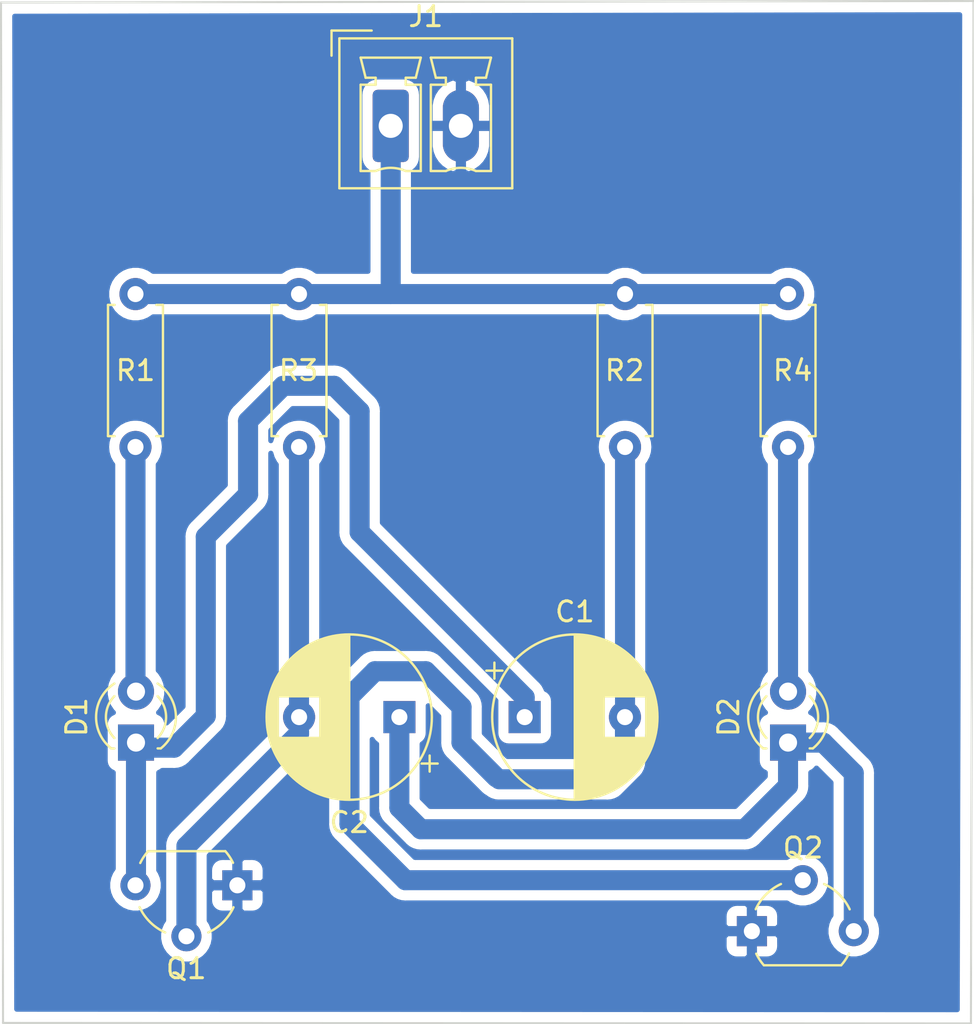
<source format=kicad_pcb>
(kicad_pcb (version 20171130) (host pcbnew 5.1.3-ffb9f22~84~ubuntu18.04.1)

  (general
    (thickness 1.6)
    (drawings 4)
    (tracks 45)
    (zones 0)
    (modules 11)
    (nets 9)
  )

  (page A4)
  (layers
    (0 F.Cu signal hide)
    (31 B.Cu signal hide)
    (32 B.Adhes user hide)
    (33 F.Adhes user hide)
    (34 B.Paste user hide)
    (35 F.Paste user hide)
    (36 B.SilkS user hide)
    (37 F.SilkS user)
    (38 B.Mask user hide)
    (39 F.Mask user)
    (40 Dwgs.User user hide)
    (41 Cmts.User user hide)
    (42 Eco1.User user hide)
    (43 Eco2.User user hide)
    (44 Edge.Cuts user)
    (45 Margin user hide)
    (46 B.CrtYd user hide)
    (47 F.CrtYd user)
    (48 B.Fab user hide)
    (49 F.Fab user)
  )

  (setup
    (last_trace_width 1)
    (trace_clearance 0.4)
    (zone_clearance 0.508)
    (zone_45_only no)
    (trace_min 0.2)
    (via_size 0.8)
    (via_drill 0.4)
    (via_min_size 0.4)
    (via_min_drill 0.3)
    (uvia_size 0.3)
    (uvia_drill 0.1)
    (uvias_allowed no)
    (uvia_min_size 0.2)
    (uvia_min_drill 0.1)
    (edge_width 0.1)
    (segment_width 0.2)
    (pcb_text_width 0.3)
    (pcb_text_size 1.5 1.5)
    (mod_edge_width 0.15)
    (mod_text_size 1 1)
    (mod_text_width 0.15)
    (pad_size 1.5 1.5)
    (pad_drill 0.6)
    (pad_to_mask_clearance 0)
    (solder_mask_min_width 0.25)
    (aux_axis_origin 0 -0.0254)
    (grid_origin 0 -0.0254)
    (visible_elements FFFFFF7F)
    (pcbplotparams
      (layerselection 0x00000_fffffffe)
      (usegerberextensions false)
      (usegerberattributes false)
      (usegerberadvancedattributes false)
      (creategerberjobfile false)
      (excludeedgelayer true)
      (linewidth 0.100000)
      (plotframeref false)
      (viasonmask false)
      (mode 1)
      (useauxorigin false)
      (hpglpennumber 1)
      (hpglpenspeed 20)
      (hpglpendiameter 15.000000)
      (psnegative false)
      (psa4output false)
      (plotreference true)
      (plotvalue false)
      (plotinvisibletext false)
      (padsonsilk false)
      (subtractmaskfromsilk false)
      (outputformat 4)
      (mirror false)
      (drillshape 0)
      (scaleselection 1)
      (outputdirectory ""))
  )

  (net 0 "")
  (net 1 +5V)
  (net 2 GND)
  (net 3 "Net-(D1-Pad2)")
  (net 4 "Net-(C1-Pad2)")
  (net 5 "Net-(C2-Pad2)")
  (net 6 "Net-(D2-Pad2)")
  (net 7 "Net-(C1-Pad1)")
  (net 8 "Net-(C2-Pad1)")

  (net_class Default "Это класс цепей по умолчанию."
    (clearance 0.4)
    (trace_width 1)
    (via_dia 0.8)
    (via_drill 0.4)
    (uvia_dia 0.3)
    (uvia_drill 0.1)
    (add_net +5V)
    (add_net GND)
    (add_net "Net-(C1-Pad1)")
    (add_net "Net-(C1-Pad2)")
    (add_net "Net-(C2-Pad1)")
    (add_net "Net-(C2-Pad2)")
    (add_net "Net-(D1-Pad2)")
    (add_net "Net-(D2-Pad2)")
  )

  (module Resistor_THT:R_Axial_DIN0207_L6.3mm_D2.5mm_P7.62mm_Horizontal (layer F.Cu) (tedit 5AE5139B) (tstamp 5CBC9FF0)
    (at 6.604 -36.3474 270)
    (descr "Resistor, Axial_DIN0207 series, Axial, Horizontal, pin pitch=7.62mm, 0.25W = 1/4W, length*diameter=6.3*2.5mm^2, http://cdn-reichelt.de/documents/datenblatt/B400/1_4W%23YAG.pdf")
    (tags "Resistor Axial_DIN0207 series Axial Horizontal pin pitch 7.62mm 0.25W = 1/4W length 6.3mm diameter 2.5mm")
    (path /5CBD0523)
    (fp_text reference R1 (at 3.81 0 180) (layer F.SilkS)
      (effects (font (size 1 1) (thickness 0.15)))
    )
    (fp_text value 330R (at 3.81 3.81 180) (layer F.Fab)
      (effects (font (size 1 1) (thickness 0.15)))
    )
    (fp_text user %R (at 3.81 0 90) (layer F.Fab) hide
      (effects (font (size 1 1) (thickness 0.15)))
    )
    (fp_line (start 8.67 -1.5) (end -1.05 -1.5) (layer F.CrtYd) (width 0.05))
    (fp_line (start 8.67 1.5) (end 8.67 -1.5) (layer F.CrtYd) (width 0.05))
    (fp_line (start -1.05 1.5) (end 8.67 1.5) (layer F.CrtYd) (width 0.05))
    (fp_line (start -1.05 -1.5) (end -1.05 1.5) (layer F.CrtYd) (width 0.05))
    (fp_line (start 7.08 1.37) (end 7.08 1.04) (layer F.SilkS) (width 0.12))
    (fp_line (start 0.54 1.37) (end 7.08 1.37) (layer F.SilkS) (width 0.12))
    (fp_line (start 0.54 1.04) (end 0.54 1.37) (layer F.SilkS) (width 0.12))
    (fp_line (start 7.08 -1.37) (end 7.08 -1.04) (layer F.SilkS) (width 0.12))
    (fp_line (start 0.54 -1.37) (end 7.08 -1.37) (layer F.SilkS) (width 0.12))
    (fp_line (start 0.54 -1.04) (end 0.54 -1.37) (layer F.SilkS) (width 0.12))
    (fp_line (start 7.62 0) (end 6.96 0) (layer F.Fab) (width 0.1))
    (fp_line (start 0 0) (end 0.66 0) (layer F.Fab) (width 0.1))
    (fp_line (start 6.96 -1.25) (end 0.66 -1.25) (layer F.Fab) (width 0.1))
    (fp_line (start 6.96 1.25) (end 6.96 -1.25) (layer F.Fab) (width 0.1))
    (fp_line (start 0.66 1.25) (end 6.96 1.25) (layer F.Fab) (width 0.1))
    (fp_line (start 0.66 -1.25) (end 0.66 1.25) (layer F.Fab) (width 0.1))
    (pad 2 thru_hole oval (at 7.62 0 270) (size 1.6 1.6) (drill 0.8) (layers *.Cu *.Mask)
      (net 3 "Net-(D1-Pad2)"))
    (pad 1 thru_hole circle (at 0 0 270) (size 1.6 1.6) (drill 0.8) (layers *.Cu *.Mask)
      (net 1 +5V))
    (model ${KISYS3DMOD}/Resistor_THT.3dshapes/R_Axial_DIN0207_L6.3mm_D2.5mm_P7.62mm_Horizontal.wrl
      (at (xyz 0 0 0))
      (scale (xyz 1 1 1))
      (rotate (xyz 0 0 0))
    )
  )

  (module Resistor_THT:R_Axial_DIN0207_L6.3mm_D2.5mm_P7.62mm_Horizontal (layer F.Cu) (tedit 5AE5139B) (tstamp 5CB170F3)
    (at 39.1414 -36.3474 270)
    (descr "Resistor, Axial_DIN0207 series, Axial, Horizontal, pin pitch=7.62mm, 0.25W = 1/4W, length*diameter=6.3*2.5mm^2, http://cdn-reichelt.de/documents/datenblatt/B400/1_4W%23YAG.pdf")
    (tags "Resistor Axial_DIN0207 series Axial Horizontal pin pitch 7.62mm 0.25W = 1/4W length 6.3mm diameter 2.5mm")
    (path /5C15DB7D)
    (fp_text reference R4 (at 3.81 -0.2286 180) (layer F.SilkS)
      (effects (font (size 1 1) (thickness 0.15)))
    )
    (fp_text value 330R (at 3.81 -3.7846 180) (layer F.Fab)
      (effects (font (size 1 1) (thickness 0.15)))
    )
    (fp_text user %R (at 3.556 -3.2766 90) (layer F.Fab) hide
      (effects (font (size 1 1) (thickness 0.15)))
    )
    (fp_line (start 8.67 -1.5) (end -1.05 -1.5) (layer F.CrtYd) (width 0.05))
    (fp_line (start 8.67 1.5) (end 8.67 -1.5) (layer F.CrtYd) (width 0.05))
    (fp_line (start -1.05 1.5) (end 8.67 1.5) (layer F.CrtYd) (width 0.05))
    (fp_line (start -1.05 -1.5) (end -1.05 1.5) (layer F.CrtYd) (width 0.05))
    (fp_line (start 7.08 1.37) (end 7.08 1.04) (layer F.SilkS) (width 0.12))
    (fp_line (start 0.54 1.37) (end 7.08 1.37) (layer F.SilkS) (width 0.12))
    (fp_line (start 0.54 1.04) (end 0.54 1.37) (layer F.SilkS) (width 0.12))
    (fp_line (start 7.08 -1.37) (end 7.08 -1.04) (layer F.SilkS) (width 0.12))
    (fp_line (start 0.54 -1.37) (end 7.08 -1.37) (layer F.SilkS) (width 0.12))
    (fp_line (start 0.54 -1.04) (end 0.54 -1.37) (layer F.SilkS) (width 0.12))
    (fp_line (start 7.62 0) (end 6.96 0) (layer F.Fab) (width 0.1))
    (fp_line (start 0 0) (end 0.66 0) (layer F.Fab) (width 0.1))
    (fp_line (start 6.96 -1.25) (end 0.66 -1.25) (layer F.Fab) (width 0.1))
    (fp_line (start 6.96 1.25) (end 6.96 -1.25) (layer F.Fab) (width 0.1))
    (fp_line (start 0.66 1.25) (end 6.96 1.25) (layer F.Fab) (width 0.1))
    (fp_line (start 0.66 -1.25) (end 0.66 1.25) (layer F.Fab) (width 0.1))
    (pad 2 thru_hole oval (at 7.62 0 270) (size 1.6 1.6) (drill 0.8) (layers *.Cu *.Mask)
      (net 6 "Net-(D2-Pad2)"))
    (pad 1 thru_hole circle (at 0 0 270) (size 1.6 1.6) (drill 0.8) (layers *.Cu *.Mask)
      (net 1 +5V))
    (model ${KISYS3DMOD}/Resistor_THT.3dshapes/R_Axial_DIN0207_L6.3mm_D2.5mm_P7.62mm_Horizontal.wrl
      (at (xyz 0 0 0))
      (scale (xyz 1 1 1))
      (rotate (xyz 0 0 0))
    )
  )

  (module Resistor_THT:R_Axial_DIN0207_L6.3mm_D2.5mm_P7.62mm_Horizontal (layer F.Cu) (tedit 5AE5139B) (tstamp 5CB170DC)
    (at 14.7574 -36.3474 270)
    (descr "Resistor, Axial_DIN0207 series, Axial, Horizontal, pin pitch=7.62mm, 0.25W = 1/4W, length*diameter=6.3*2.5mm^2, http://cdn-reichelt.de/documents/datenblatt/B400/1_4W%23YAG.pdf")
    (tags "Resistor Axial_DIN0207 series Axial Horizontal pin pitch 7.62mm 0.25W = 1/4W length 6.3mm diameter 2.5mm")
    (path /5C15DACE)
    (fp_text reference R3 (at 3.81 0.0254 180) (layer F.SilkS)
      (effects (font (size 1 1) (thickness 0.15)))
    )
    (fp_text value 10K (at 3.81 -3.5306 180) (layer F.Fab)
      (effects (font (size 1 1) (thickness 0.15)))
    )
    (fp_text user %R (at 3.81 0 90) (layer F.Fab) hide
      (effects (font (size 1 1) (thickness 0.15)))
    )
    (fp_line (start 8.67 -1.5) (end -1.05 -1.5) (layer F.CrtYd) (width 0.05))
    (fp_line (start 8.67 1.5) (end 8.67 -1.5) (layer F.CrtYd) (width 0.05))
    (fp_line (start -1.05 1.5) (end 8.67 1.5) (layer F.CrtYd) (width 0.05))
    (fp_line (start -1.05 -1.5) (end -1.05 1.5) (layer F.CrtYd) (width 0.05))
    (fp_line (start 7.08 1.37) (end 7.08 1.04) (layer F.SilkS) (width 0.12))
    (fp_line (start 0.54 1.37) (end 7.08 1.37) (layer F.SilkS) (width 0.12))
    (fp_line (start 0.54 1.04) (end 0.54 1.37) (layer F.SilkS) (width 0.12))
    (fp_line (start 7.08 -1.37) (end 7.08 -1.04) (layer F.SilkS) (width 0.12))
    (fp_line (start 0.54 -1.37) (end 7.08 -1.37) (layer F.SilkS) (width 0.12))
    (fp_line (start 0.54 -1.04) (end 0.54 -1.37) (layer F.SilkS) (width 0.12))
    (fp_line (start 7.62 0) (end 6.96 0) (layer F.Fab) (width 0.1))
    (fp_line (start 0 0) (end 0.66 0) (layer F.Fab) (width 0.1))
    (fp_line (start 6.96 -1.25) (end 0.66 -1.25) (layer F.Fab) (width 0.1))
    (fp_line (start 6.96 1.25) (end 6.96 -1.25) (layer F.Fab) (width 0.1))
    (fp_line (start 0.66 1.25) (end 6.96 1.25) (layer F.Fab) (width 0.1))
    (fp_line (start 0.66 -1.25) (end 0.66 1.25) (layer F.Fab) (width 0.1))
    (pad 2 thru_hole oval (at 7.62 0 270) (size 1.6 1.6) (drill 0.8) (layers *.Cu *.Mask)
      (net 5 "Net-(C2-Pad2)"))
    (pad 1 thru_hole circle (at 0 0 270) (size 1.6 1.6) (drill 0.8) (layers *.Cu *.Mask)
      (net 1 +5V))
    (model ${KISYS3DMOD}/Resistor_THT.3dshapes/R_Axial_DIN0207_L6.3mm_D2.5mm_P7.62mm_Horizontal.wrl
      (at (xyz 0 0 0))
      (scale (xyz 1 1 1))
      (rotate (xyz 0 0 0))
    )
  )

  (module Resistor_THT:R_Axial_DIN0207_L6.3mm_D2.5mm_P7.62mm_Horizontal (layer F.Cu) (tedit 5AE5139B) (tstamp 5CB170C5)
    (at 31.0134 -36.3474 270)
    (descr "Resistor, Axial_DIN0207 series, Axial, Horizontal, pin pitch=7.62mm, 0.25W = 1/4W, length*diameter=6.3*2.5mm^2, http://cdn-reichelt.de/documents/datenblatt/B400/1_4W%23YAG.pdf")
    (tags "Resistor Axial_DIN0207 series Axial Horizontal pin pitch 7.62mm 0.25W = 1/4W length 6.3mm diameter 2.5mm")
    (path /5C15DA5F)
    (fp_text reference R2 (at 3.81 0.0254 180) (layer F.SilkS)
      (effects (font (size 1 1) (thickness 0.15)))
    )
    (fp_text value 10K (at 3.81 3.5814 180) (layer F.Fab)
      (effects (font (size 1 1) (thickness 0.15)))
    )
    (fp_text user %R (at 3.81 0 90) (layer F.Fab) hide
      (effects (font (size 1 1) (thickness 0.15)))
    )
    (fp_line (start 8.67 -1.5) (end -1.05 -1.5) (layer F.CrtYd) (width 0.05))
    (fp_line (start 8.67 1.5) (end 8.67 -1.5) (layer F.CrtYd) (width 0.05))
    (fp_line (start -1.05 1.5) (end 8.67 1.5) (layer F.CrtYd) (width 0.05))
    (fp_line (start -1.05 -1.5) (end -1.05 1.5) (layer F.CrtYd) (width 0.05))
    (fp_line (start 7.08 1.37) (end 7.08 1.04) (layer F.SilkS) (width 0.12))
    (fp_line (start 0.54 1.37) (end 7.08 1.37) (layer F.SilkS) (width 0.12))
    (fp_line (start 0.54 1.04) (end 0.54 1.37) (layer F.SilkS) (width 0.12))
    (fp_line (start 7.08 -1.37) (end 7.08 -1.04) (layer F.SilkS) (width 0.12))
    (fp_line (start 0.54 -1.37) (end 7.08 -1.37) (layer F.SilkS) (width 0.12))
    (fp_line (start 0.54 -1.04) (end 0.54 -1.37) (layer F.SilkS) (width 0.12))
    (fp_line (start 7.62 0) (end 6.96 0) (layer F.Fab) (width 0.1))
    (fp_line (start 0 0) (end 0.66 0) (layer F.Fab) (width 0.1))
    (fp_line (start 6.96 -1.25) (end 0.66 -1.25) (layer F.Fab) (width 0.1))
    (fp_line (start 6.96 1.25) (end 6.96 -1.25) (layer F.Fab) (width 0.1))
    (fp_line (start 0.66 1.25) (end 6.96 1.25) (layer F.Fab) (width 0.1))
    (fp_line (start 0.66 -1.25) (end 0.66 1.25) (layer F.Fab) (width 0.1))
    (pad 2 thru_hole oval (at 7.62 0 270) (size 1.6 1.6) (drill 0.8) (layers *.Cu *.Mask)
      (net 4 "Net-(C1-Pad2)"))
    (pad 1 thru_hole circle (at 0 0 270) (size 1.6 1.6) (drill 0.8) (layers *.Cu *.Mask)
      (net 1 +5V))
    (model ${KISYS3DMOD}/Resistor_THT.3dshapes/R_Axial_DIN0207_L6.3mm_D2.5mm_P7.62mm_Horizontal.wrl
      (at (xyz 0 0 0))
      (scale (xyz 1 1 1))
      (rotate (xyz 0 0 0))
    )
  )

  (module Package_TO_SOT_THT:TO-92L_Wide (layer F.Cu) (tedit 5A152D5B) (tstamp 5CB17117)
    (at 37.338 -4.5974)
    (descr "TO-92L leads in-line (large body variant of TO-92), also known as TO-226, wide, drill 0.75mm (see https://www.diodes.com/assets/Package-Files/TO92L.pdf and http://www.ti.com/lit/an/snoa059/snoa059.pdf)")
    (tags "TO-92L Molded Wide transistor")
    (path /5C15D45C)
    (fp_text reference Q2 (at 2.55 -4.15) (layer F.SilkS)
      (effects (font (size 1 1) (thickness 0.15)))
    )
    (fp_text value PN2222A (at 2.54 2.79) (layer F.Fab)
      (effects (font (size 1 1) (thickness 0.15)))
    )
    (fp_arc (start 2.54 0) (end 4.45 1.7) (angle -15.88591585) (layer F.SilkS) (width 0.12))
    (fp_arc (start 2.54 0) (end 2.54 -2.48) (angle -130.2499344) (layer F.Fab) (width 0.1))
    (fp_arc (start 2.54 0) (end 2.54 -2.48) (angle 129.9527847) (layer F.Fab) (width 0.1))
    (fp_arc (start 2.54 0) (end 3.6 -2.35) (angle 40.72153779) (layer F.SilkS) (width 0.12))
    (fp_arc (start 2.54 0) (end 1.45 -2.35) (angle -40.11670855) (layer F.SilkS) (width 0.12))
    (fp_arc (start 2.54 0) (end 0.6 1.7) (angle 15.44288892) (layer F.SilkS) (width 0.12))
    (fp_line (start 0.65 1.6) (end 4.4 1.6) (layer F.Fab) (width 0.1))
    (fp_line (start 0.6 1.7) (end 4.45 1.7) (layer F.SilkS) (width 0.12))
    (fp_text user %R (at 2.55 0.05) (layer F.Fab)
      (effects (font (size 1 1) (thickness 0.15)))
    )
    (fp_line (start -1 1.85) (end 6.1 1.85) (layer B.CrtYd) (width 0.05))
    (fp_line (start 6.1 1.85) (end 6.1 -3.55) (layer B.CrtYd) (width 0.05))
    (fp_line (start 6.1 -3.55) (end -1 -3.55) (layer B.CrtYd) (width 0.05))
    (fp_line (start -1 -3.55) (end -1 1.85) (layer B.CrtYd) (width 0.05))
    (pad 1 thru_hole rect (at 0 0 90) (size 1.5 1.5) (drill 0.8) (layers *.Cu *.Mask)
      (net 2 GND))
    (pad 3 thru_hole circle (at 5.08 0 90) (size 1.5 1.5) (drill 0.8) (layers *.Cu *.Mask)
      (net 8 "Net-(C2-Pad1)"))
    (pad 2 thru_hole circle (at 2.54 -2.54 90) (size 1.5 1.5) (drill 0.8) (layers *.Cu *.Mask)
      (net 4 "Net-(C1-Pad2)"))
    (model ${KISYS3DMOD}/Package_TO_SOT_THT.3dshapes/TO-92L_Wide.wrl
      (at (xyz 0 0 0))
      (scale (xyz 1 1 1))
      (rotate (xyz 0 0 0))
    )
  )

  (module Package_TO_SOT_THT:TO-92L_Wide (layer F.Cu) (tedit 5A152D5B) (tstamp 5CB17105)
    (at 11.684 -6.8834 180)
    (descr "TO-92L leads in-line (large body variant of TO-92), also known as TO-226, wide, drill 0.75mm (see https://www.diodes.com/assets/Package-Files/TO92L.pdf and http://www.ti.com/lit/an/snoa059/snoa059.pdf)")
    (tags "TO-92L Molded Wide transistor")
    (path /5C15D387)
    (fp_text reference Q1 (at 2.55 -4.15) (layer F.SilkS)
      (effects (font (size 1 1) (thickness 0.15)))
    )
    (fp_text value PN2222A (at 2.54 2.79) (layer F.Fab)
      (effects (font (size 1 1) (thickness 0.15)))
    )
    (fp_arc (start 2.54 0) (end 4.45 1.7) (angle -15.88591585) (layer F.SilkS) (width 0.12))
    (fp_arc (start 2.54 0) (end 2.54 -2.48) (angle -130.2499344) (layer F.Fab) (width 0.1))
    (fp_arc (start 2.54 0) (end 2.54 -2.48) (angle 129.9527847) (layer F.Fab) (width 0.1))
    (fp_arc (start 2.54 0) (end 3.6 -2.35) (angle 40.72153779) (layer F.SilkS) (width 0.12))
    (fp_arc (start 2.54 0) (end 1.45 -2.35) (angle -40.11670855) (layer F.SilkS) (width 0.12))
    (fp_arc (start 2.54 0) (end 0.6 1.7) (angle 15.44288892) (layer F.SilkS) (width 0.12))
    (fp_line (start 0.65 1.6) (end 4.4 1.6) (layer F.Fab) (width 0.1))
    (fp_line (start 0.6 1.7) (end 4.45 1.7) (layer F.SilkS) (width 0.12))
    (fp_text user %R (at 2.55 0.05) (layer F.Fab)
      (effects (font (size 1 1) (thickness 0.15)))
    )
    (fp_line (start -1 1.85) (end 6.1 1.85) (layer B.CrtYd) (width 0.05))
    (fp_line (start 6.1 1.85) (end 6.1 -3.55) (layer B.CrtYd) (width 0.05))
    (fp_line (start 6.1 -3.55) (end -1 -3.55) (layer B.CrtYd) (width 0.05))
    (fp_line (start -1 -3.55) (end -1 1.85) (layer B.CrtYd) (width 0.05))
    (pad 1 thru_hole rect (at 0 0 270) (size 1.5 1.5) (drill 0.8) (layers *.Cu *.Mask)
      (net 2 GND))
    (pad 3 thru_hole circle (at 5.08 0 270) (size 1.5 1.5) (drill 0.8) (layers *.Cu *.Mask)
      (net 7 "Net-(C1-Pad1)"))
    (pad 2 thru_hole circle (at 2.54 -2.54 270) (size 1.5 1.5) (drill 0.8) (layers *.Cu *.Mask)
      (net 5 "Net-(C2-Pad2)"))
    (model ${KISYS3DMOD}/Package_TO_SOT_THT.3dshapes/TO-92L_Wide.wrl
      (at (xyz 0 0 0))
      (scale (xyz 1 1 1))
      (rotate (xyz 0 0 0))
    )
  )

  (module Connector_Phoenix_MC:PhoenixContact_MCV_1,5_2-G-3.5_1x02_P3.50mm_Vertical (layer F.Cu) (tedit 5B784ED0) (tstamp 5CB17097)
    (at 19.3294 -44.7294)
    (descr "Generic Phoenix Contact connector footprint for: MCV_1,5/2-G-3.5; number of pins: 02; pin pitch: 3.50mm; Vertical || order number: 1843606 8A 160V")
    (tags "phoenix_contact connector MCV_01x02_G_3.5mm")
    (path /5C15E4B1)
    (fp_text reference J1 (at 1.75 -5.45) (layer F.SilkS)
      (effects (font (size 1 1) (thickness 0.15)))
    )
    (fp_text value Screw_Terminal_01x02 (at 1.75 4.2 90) (layer F.Fab) hide
      (effects (font (size 1 1) (thickness 0.15)))
    )
    (fp_text user %R (at 1.75 -3.55) (layer F.Fab) hide
      (effects (font (size 1 1) (thickness 0.15)))
    )
    (fp_line (start -2.95 -4.75) (end -0.95 -4.75) (layer F.Fab) (width 0.1))
    (fp_line (start -2.95 -3.5) (end -2.95 -4.75) (layer F.Fab) (width 0.1))
    (fp_line (start -2.95 -4.75) (end -0.95 -4.75) (layer F.SilkS) (width 0.12))
    (fp_line (start -2.95 -3.5) (end -2.95 -4.75) (layer F.SilkS) (width 0.12))
    (fp_line (start 6.45 -4.75) (end -2.95 -4.75) (layer F.CrtYd) (width 0.05))
    (fp_line (start 6.45 3.5) (end 6.45 -4.75) (layer F.CrtYd) (width 0.05))
    (fp_line (start -2.95 3.5) (end 6.45 3.5) (layer F.CrtYd) (width 0.05))
    (fp_line (start -2.95 -4.75) (end -2.95 3.5) (layer F.CrtYd) (width 0.05))
    (fp_line (start 5 2.25) (end 4.25 2.25) (layer F.SilkS) (width 0.12))
    (fp_line (start 5 -2.05) (end 5 2.25) (layer F.SilkS) (width 0.12))
    (fp_line (start 4.25 -2.05) (end 5 -2.05) (layer F.SilkS) (width 0.12))
    (fp_line (start 4.25 -2.4) (end 4.25 -2.05) (layer F.SilkS) (width 0.12))
    (fp_line (start 4.75 -2.4) (end 4.25 -2.4) (layer F.SilkS) (width 0.12))
    (fp_line (start 5 -3.4) (end 4.75 -2.4) (layer F.SilkS) (width 0.12))
    (fp_line (start 2 -3.4) (end 5 -3.4) (layer F.SilkS) (width 0.12))
    (fp_line (start 2.25 -2.4) (end 2 -3.4) (layer F.SilkS) (width 0.12))
    (fp_line (start 2.75 -2.4) (end 2.25 -2.4) (layer F.SilkS) (width 0.12))
    (fp_line (start 2.75 -2.05) (end 2.75 -2.4) (layer F.SilkS) (width 0.12))
    (fp_line (start 2 -2.05) (end 2.75 -2.05) (layer F.SilkS) (width 0.12))
    (fp_line (start 2 2.25) (end 2 -2.05) (layer F.SilkS) (width 0.12))
    (fp_line (start 2.75 2.25) (end 2 2.25) (layer F.SilkS) (width 0.12))
    (fp_line (start 1.5 2.25) (end 0.75 2.25) (layer F.SilkS) (width 0.12))
    (fp_line (start 1.5 -2.05) (end 1.5 2.25) (layer F.SilkS) (width 0.12))
    (fp_line (start 0.75 -2.05) (end 1.5 -2.05) (layer F.SilkS) (width 0.12))
    (fp_line (start 0.75 -2.4) (end 0.75 -2.05) (layer F.SilkS) (width 0.12))
    (fp_line (start 1.25 -2.4) (end 0.75 -2.4) (layer F.SilkS) (width 0.12))
    (fp_line (start 1.5 -3.4) (end 1.25 -2.4) (layer F.SilkS) (width 0.12))
    (fp_line (start -1.5 -3.4) (end 1.5 -3.4) (layer F.SilkS) (width 0.12))
    (fp_line (start -1.25 -2.4) (end -1.5 -3.4) (layer F.SilkS) (width 0.12))
    (fp_line (start -0.75 -2.4) (end -1.25 -2.4) (layer F.SilkS) (width 0.12))
    (fp_line (start -0.75 -2.05) (end -0.75 -2.4) (layer F.SilkS) (width 0.12))
    (fp_line (start -1.5 -2.05) (end -0.75 -2.05) (layer F.SilkS) (width 0.12))
    (fp_line (start -1.5 2.25) (end -1.5 -2.05) (layer F.SilkS) (width 0.12))
    (fp_line (start -0.75 2.25) (end -1.5 2.25) (layer F.SilkS) (width 0.12))
    (fp_line (start 5.95 -4.25) (end -2.45 -4.25) (layer F.Fab) (width 0.1))
    (fp_line (start 5.95 3) (end 5.95 -4.25) (layer F.Fab) (width 0.1))
    (fp_line (start -2.45 3) (end 5.95 3) (layer F.Fab) (width 0.1))
    (fp_line (start -2.45 -4.25) (end -2.45 3) (layer F.Fab) (width 0.1))
    (fp_line (start 6.06 -4.36) (end -2.56 -4.36) (layer F.SilkS) (width 0.12))
    (fp_line (start 6.06 3.11) (end 6.06 -4.36) (layer F.SilkS) (width 0.12))
    (fp_line (start -2.56 3.11) (end 6.06 3.11) (layer F.SilkS) (width 0.12))
    (fp_line (start -2.56 -4.36) (end -2.56 3.11) (layer F.SilkS) (width 0.12))
    (fp_arc (start 3.5 3.95) (end 2.75 2.25) (angle 47.6) (layer F.SilkS) (width 0.12))
    (fp_arc (start 0 3.95) (end -0.75 2.25) (angle 47.6) (layer F.SilkS) (width 0.12))
    (pad 2 thru_hole oval (at 3.5 0) (size 1.8 3.6) (drill 1.2) (layers *.Cu *.Mask)
      (net 2 GND))
    (pad 1 thru_hole roundrect (at 0 0) (size 1.8 3.6) (drill 1.2) (layers *.Cu *.Mask) (roundrect_rratio 0.138889)
      (net 1 +5V))
    (model ${KISYS3DMOD}/Connector_Phoenix_MC.3dshapes/PhoenixContact_MCV_1,5_2-G-3.5_1x02_P3.50mm_Vertical.wrl
      (at (xyz 0 0 0))
      (scale (xyz 1 1 1))
      (rotate (xyz 0 0 0))
    )
  )

  (module Capacitor_THT:CP_Radial_D8.0mm_P5.00mm (layer F.Cu) (tedit 5AE50EF0) (tstamp 5CB1728F)
    (at 19.7612 -15.2654 180)
    (descr "CP, Radial series, Radial, pin pitch=5.00mm, , diameter=8mm, Electrolytic Capacitor")
    (tags "CP Radial series Radial pin pitch 5.00mm  diameter 8mm Electrolytic Capacitor")
    (path /5C15D757)
    (fp_text reference C2 (at 2.5 -5.25 180) (layer F.SilkS)
      (effects (font (size 1 1) (thickness 0.15)))
    )
    (fp_text value 470uF (at 2.5 5.25 180) (layer F.Fab)
      (effects (font (size 1 1) (thickness 0.15)))
    )
    (fp_text user %R (at 2.5 0 180) (layer F.Fab)
      (effects (font (size 1 1) (thickness 0.15)))
    )
    (fp_line (start -1.509698 -2.715) (end -1.509698 -1.915) (layer F.SilkS) (width 0.12))
    (fp_line (start -1.909698 -2.315) (end -1.109698 -2.315) (layer F.SilkS) (width 0.12))
    (fp_line (start 6.581 -0.533) (end 6.581 0.533) (layer F.SilkS) (width 0.12))
    (fp_line (start 6.541 -0.768) (end 6.541 0.768) (layer F.SilkS) (width 0.12))
    (fp_line (start 6.501 -0.948) (end 6.501 0.948) (layer F.SilkS) (width 0.12))
    (fp_line (start 6.461 -1.098) (end 6.461 1.098) (layer F.SilkS) (width 0.12))
    (fp_line (start 6.421 -1.229) (end 6.421 1.229) (layer F.SilkS) (width 0.12))
    (fp_line (start 6.381 -1.346) (end 6.381 1.346) (layer F.SilkS) (width 0.12))
    (fp_line (start 6.341 -1.453) (end 6.341 1.453) (layer F.SilkS) (width 0.12))
    (fp_line (start 6.301 -1.552) (end 6.301 1.552) (layer F.SilkS) (width 0.12))
    (fp_line (start 6.261 -1.645) (end 6.261 1.645) (layer F.SilkS) (width 0.12))
    (fp_line (start 6.221 -1.731) (end 6.221 1.731) (layer F.SilkS) (width 0.12))
    (fp_line (start 6.181 -1.813) (end 6.181 1.813) (layer F.SilkS) (width 0.12))
    (fp_line (start 6.141 -1.89) (end 6.141 1.89) (layer F.SilkS) (width 0.12))
    (fp_line (start 6.101 -1.964) (end 6.101 1.964) (layer F.SilkS) (width 0.12))
    (fp_line (start 6.061 -2.034) (end 6.061 2.034) (layer F.SilkS) (width 0.12))
    (fp_line (start 6.021 1.04) (end 6.021 2.102) (layer F.SilkS) (width 0.12))
    (fp_line (start 6.021 -2.102) (end 6.021 -1.04) (layer F.SilkS) (width 0.12))
    (fp_line (start 5.981 1.04) (end 5.981 2.166) (layer F.SilkS) (width 0.12))
    (fp_line (start 5.981 -2.166) (end 5.981 -1.04) (layer F.SilkS) (width 0.12))
    (fp_line (start 5.941 1.04) (end 5.941 2.228) (layer F.SilkS) (width 0.12))
    (fp_line (start 5.941 -2.228) (end 5.941 -1.04) (layer F.SilkS) (width 0.12))
    (fp_line (start 5.901 1.04) (end 5.901 2.287) (layer F.SilkS) (width 0.12))
    (fp_line (start 5.901 -2.287) (end 5.901 -1.04) (layer F.SilkS) (width 0.12))
    (fp_line (start 5.861 1.04) (end 5.861 2.345) (layer F.SilkS) (width 0.12))
    (fp_line (start 5.861 -2.345) (end 5.861 -1.04) (layer F.SilkS) (width 0.12))
    (fp_line (start 5.821 1.04) (end 5.821 2.4) (layer F.SilkS) (width 0.12))
    (fp_line (start 5.821 -2.4) (end 5.821 -1.04) (layer F.SilkS) (width 0.12))
    (fp_line (start 5.781 1.04) (end 5.781 2.454) (layer F.SilkS) (width 0.12))
    (fp_line (start 5.781 -2.454) (end 5.781 -1.04) (layer F.SilkS) (width 0.12))
    (fp_line (start 5.741 1.04) (end 5.741 2.505) (layer F.SilkS) (width 0.12))
    (fp_line (start 5.741 -2.505) (end 5.741 -1.04) (layer F.SilkS) (width 0.12))
    (fp_line (start 5.701 1.04) (end 5.701 2.556) (layer F.SilkS) (width 0.12))
    (fp_line (start 5.701 -2.556) (end 5.701 -1.04) (layer F.SilkS) (width 0.12))
    (fp_line (start 5.661 1.04) (end 5.661 2.604) (layer F.SilkS) (width 0.12))
    (fp_line (start 5.661 -2.604) (end 5.661 -1.04) (layer F.SilkS) (width 0.12))
    (fp_line (start 5.621 1.04) (end 5.621 2.651) (layer F.SilkS) (width 0.12))
    (fp_line (start 5.621 -2.651) (end 5.621 -1.04) (layer F.SilkS) (width 0.12))
    (fp_line (start 5.581 1.04) (end 5.581 2.697) (layer F.SilkS) (width 0.12))
    (fp_line (start 5.581 -2.697) (end 5.581 -1.04) (layer F.SilkS) (width 0.12))
    (fp_line (start 5.541 1.04) (end 5.541 2.741) (layer F.SilkS) (width 0.12))
    (fp_line (start 5.541 -2.741) (end 5.541 -1.04) (layer F.SilkS) (width 0.12))
    (fp_line (start 5.501 1.04) (end 5.501 2.784) (layer F.SilkS) (width 0.12))
    (fp_line (start 5.501 -2.784) (end 5.501 -1.04) (layer F.SilkS) (width 0.12))
    (fp_line (start 5.461 1.04) (end 5.461 2.826) (layer F.SilkS) (width 0.12))
    (fp_line (start 5.461 -2.826) (end 5.461 -1.04) (layer F.SilkS) (width 0.12))
    (fp_line (start 5.421 1.04) (end 5.421 2.867) (layer F.SilkS) (width 0.12))
    (fp_line (start 5.421 -2.867) (end 5.421 -1.04) (layer F.SilkS) (width 0.12))
    (fp_line (start 5.381 1.04) (end 5.381 2.907) (layer F.SilkS) (width 0.12))
    (fp_line (start 5.381 -2.907) (end 5.381 -1.04) (layer F.SilkS) (width 0.12))
    (fp_line (start 5.341 1.04) (end 5.341 2.945) (layer F.SilkS) (width 0.12))
    (fp_line (start 5.341 -2.945) (end 5.341 -1.04) (layer F.SilkS) (width 0.12))
    (fp_line (start 5.301 1.04) (end 5.301 2.983) (layer F.SilkS) (width 0.12))
    (fp_line (start 5.301 -2.983) (end 5.301 -1.04) (layer F.SilkS) (width 0.12))
    (fp_line (start 5.261 1.04) (end 5.261 3.019) (layer F.SilkS) (width 0.12))
    (fp_line (start 5.261 -3.019) (end 5.261 -1.04) (layer F.SilkS) (width 0.12))
    (fp_line (start 5.221 1.04) (end 5.221 3.055) (layer F.SilkS) (width 0.12))
    (fp_line (start 5.221 -3.055) (end 5.221 -1.04) (layer F.SilkS) (width 0.12))
    (fp_line (start 5.181 1.04) (end 5.181 3.09) (layer F.SilkS) (width 0.12))
    (fp_line (start 5.181 -3.09) (end 5.181 -1.04) (layer F.SilkS) (width 0.12))
    (fp_line (start 5.141 1.04) (end 5.141 3.124) (layer F.SilkS) (width 0.12))
    (fp_line (start 5.141 -3.124) (end 5.141 -1.04) (layer F.SilkS) (width 0.12))
    (fp_line (start 5.101 1.04) (end 5.101 3.156) (layer F.SilkS) (width 0.12))
    (fp_line (start 5.101 -3.156) (end 5.101 -1.04) (layer F.SilkS) (width 0.12))
    (fp_line (start 5.061 1.04) (end 5.061 3.189) (layer F.SilkS) (width 0.12))
    (fp_line (start 5.061 -3.189) (end 5.061 -1.04) (layer F.SilkS) (width 0.12))
    (fp_line (start 5.021 1.04) (end 5.021 3.22) (layer F.SilkS) (width 0.12))
    (fp_line (start 5.021 -3.22) (end 5.021 -1.04) (layer F.SilkS) (width 0.12))
    (fp_line (start 4.981 1.04) (end 4.981 3.25) (layer F.SilkS) (width 0.12))
    (fp_line (start 4.981 -3.25) (end 4.981 -1.04) (layer F.SilkS) (width 0.12))
    (fp_line (start 4.941 1.04) (end 4.941 3.28) (layer F.SilkS) (width 0.12))
    (fp_line (start 4.941 -3.28) (end 4.941 -1.04) (layer F.SilkS) (width 0.12))
    (fp_line (start 4.901 1.04) (end 4.901 3.309) (layer F.SilkS) (width 0.12))
    (fp_line (start 4.901 -3.309) (end 4.901 -1.04) (layer F.SilkS) (width 0.12))
    (fp_line (start 4.861 1.04) (end 4.861 3.338) (layer F.SilkS) (width 0.12))
    (fp_line (start 4.861 -3.338) (end 4.861 -1.04) (layer F.SilkS) (width 0.12))
    (fp_line (start 4.821 1.04) (end 4.821 3.365) (layer F.SilkS) (width 0.12))
    (fp_line (start 4.821 -3.365) (end 4.821 -1.04) (layer F.SilkS) (width 0.12))
    (fp_line (start 4.781 1.04) (end 4.781 3.392) (layer F.SilkS) (width 0.12))
    (fp_line (start 4.781 -3.392) (end 4.781 -1.04) (layer F.SilkS) (width 0.12))
    (fp_line (start 4.741 1.04) (end 4.741 3.418) (layer F.SilkS) (width 0.12))
    (fp_line (start 4.741 -3.418) (end 4.741 -1.04) (layer F.SilkS) (width 0.12))
    (fp_line (start 4.701 1.04) (end 4.701 3.444) (layer F.SilkS) (width 0.12))
    (fp_line (start 4.701 -3.444) (end 4.701 -1.04) (layer F.SilkS) (width 0.12))
    (fp_line (start 4.661 1.04) (end 4.661 3.469) (layer F.SilkS) (width 0.12))
    (fp_line (start 4.661 -3.469) (end 4.661 -1.04) (layer F.SilkS) (width 0.12))
    (fp_line (start 4.621 1.04) (end 4.621 3.493) (layer F.SilkS) (width 0.12))
    (fp_line (start 4.621 -3.493) (end 4.621 -1.04) (layer F.SilkS) (width 0.12))
    (fp_line (start 4.581 1.04) (end 4.581 3.517) (layer F.SilkS) (width 0.12))
    (fp_line (start 4.581 -3.517) (end 4.581 -1.04) (layer F.SilkS) (width 0.12))
    (fp_line (start 4.541 1.04) (end 4.541 3.54) (layer F.SilkS) (width 0.12))
    (fp_line (start 4.541 -3.54) (end 4.541 -1.04) (layer F.SilkS) (width 0.12))
    (fp_line (start 4.501 1.04) (end 4.501 3.562) (layer F.SilkS) (width 0.12))
    (fp_line (start 4.501 -3.562) (end 4.501 -1.04) (layer F.SilkS) (width 0.12))
    (fp_line (start 4.461 1.04) (end 4.461 3.584) (layer F.SilkS) (width 0.12))
    (fp_line (start 4.461 -3.584) (end 4.461 -1.04) (layer F.SilkS) (width 0.12))
    (fp_line (start 4.421 1.04) (end 4.421 3.606) (layer F.SilkS) (width 0.12))
    (fp_line (start 4.421 -3.606) (end 4.421 -1.04) (layer F.SilkS) (width 0.12))
    (fp_line (start 4.381 1.04) (end 4.381 3.627) (layer F.SilkS) (width 0.12))
    (fp_line (start 4.381 -3.627) (end 4.381 -1.04) (layer F.SilkS) (width 0.12))
    (fp_line (start 4.341 1.04) (end 4.341 3.647) (layer F.SilkS) (width 0.12))
    (fp_line (start 4.341 -3.647) (end 4.341 -1.04) (layer F.SilkS) (width 0.12))
    (fp_line (start 4.301 1.04) (end 4.301 3.666) (layer F.SilkS) (width 0.12))
    (fp_line (start 4.301 -3.666) (end 4.301 -1.04) (layer F.SilkS) (width 0.12))
    (fp_line (start 4.261 1.04) (end 4.261 3.686) (layer F.SilkS) (width 0.12))
    (fp_line (start 4.261 -3.686) (end 4.261 -1.04) (layer F.SilkS) (width 0.12))
    (fp_line (start 4.221 1.04) (end 4.221 3.704) (layer F.SilkS) (width 0.12))
    (fp_line (start 4.221 -3.704) (end 4.221 -1.04) (layer F.SilkS) (width 0.12))
    (fp_line (start 4.181 1.04) (end 4.181 3.722) (layer F.SilkS) (width 0.12))
    (fp_line (start 4.181 -3.722) (end 4.181 -1.04) (layer F.SilkS) (width 0.12))
    (fp_line (start 4.141 1.04) (end 4.141 3.74) (layer F.SilkS) (width 0.12))
    (fp_line (start 4.141 -3.74) (end 4.141 -1.04) (layer F.SilkS) (width 0.12))
    (fp_line (start 4.101 1.04) (end 4.101 3.757) (layer F.SilkS) (width 0.12))
    (fp_line (start 4.101 -3.757) (end 4.101 -1.04) (layer F.SilkS) (width 0.12))
    (fp_line (start 4.061 1.04) (end 4.061 3.774) (layer F.SilkS) (width 0.12))
    (fp_line (start 4.061 -3.774) (end 4.061 -1.04) (layer F.SilkS) (width 0.12))
    (fp_line (start 4.021 1.04) (end 4.021 3.79) (layer F.SilkS) (width 0.12))
    (fp_line (start 4.021 -3.79) (end 4.021 -1.04) (layer F.SilkS) (width 0.12))
    (fp_line (start 3.981 1.04) (end 3.981 3.805) (layer F.SilkS) (width 0.12))
    (fp_line (start 3.981 -3.805) (end 3.981 -1.04) (layer F.SilkS) (width 0.12))
    (fp_line (start 3.941 -3.821) (end 3.941 3.821) (layer F.SilkS) (width 0.12))
    (fp_line (start 3.901 -3.835) (end 3.901 3.835) (layer F.SilkS) (width 0.12))
    (fp_line (start 3.861 -3.85) (end 3.861 3.85) (layer F.SilkS) (width 0.12))
    (fp_line (start 3.821 -3.863) (end 3.821 3.863) (layer F.SilkS) (width 0.12))
    (fp_line (start 3.781 -3.877) (end 3.781 3.877) (layer F.SilkS) (width 0.12))
    (fp_line (start 3.741 -3.889) (end 3.741 3.889) (layer F.SilkS) (width 0.12))
    (fp_line (start 3.701 -3.902) (end 3.701 3.902) (layer F.SilkS) (width 0.12))
    (fp_line (start 3.661 -3.914) (end 3.661 3.914) (layer F.SilkS) (width 0.12))
    (fp_line (start 3.621 -3.925) (end 3.621 3.925) (layer F.SilkS) (width 0.12))
    (fp_line (start 3.581 -3.936) (end 3.581 3.936) (layer F.SilkS) (width 0.12))
    (fp_line (start 3.541 -3.947) (end 3.541 3.947) (layer F.SilkS) (width 0.12))
    (fp_line (start 3.501 -3.957) (end 3.501 3.957) (layer F.SilkS) (width 0.12))
    (fp_line (start 3.461 -3.967) (end 3.461 3.967) (layer F.SilkS) (width 0.12))
    (fp_line (start 3.421 -3.976) (end 3.421 3.976) (layer F.SilkS) (width 0.12))
    (fp_line (start 3.381 -3.985) (end 3.381 3.985) (layer F.SilkS) (width 0.12))
    (fp_line (start 3.341 -3.994) (end 3.341 3.994) (layer F.SilkS) (width 0.12))
    (fp_line (start 3.301 -4.002) (end 3.301 4.002) (layer F.SilkS) (width 0.12))
    (fp_line (start 3.261 -4.01) (end 3.261 4.01) (layer F.SilkS) (width 0.12))
    (fp_line (start 3.221 -4.017) (end 3.221 4.017) (layer F.SilkS) (width 0.12))
    (fp_line (start 3.18 -4.024) (end 3.18 4.024) (layer F.SilkS) (width 0.12))
    (fp_line (start 3.14 -4.03) (end 3.14 4.03) (layer F.SilkS) (width 0.12))
    (fp_line (start 3.1 -4.037) (end 3.1 4.037) (layer F.SilkS) (width 0.12))
    (fp_line (start 3.06 -4.042) (end 3.06 4.042) (layer F.SilkS) (width 0.12))
    (fp_line (start 3.02 -4.048) (end 3.02 4.048) (layer F.SilkS) (width 0.12))
    (fp_line (start 2.98 -4.052) (end 2.98 4.052) (layer F.SilkS) (width 0.12))
    (fp_line (start 2.94 -4.057) (end 2.94 4.057) (layer F.SilkS) (width 0.12))
    (fp_line (start 2.9 -4.061) (end 2.9 4.061) (layer F.SilkS) (width 0.12))
    (fp_line (start 2.86 -4.065) (end 2.86 4.065) (layer F.SilkS) (width 0.12))
    (fp_line (start 2.82 -4.068) (end 2.82 4.068) (layer F.SilkS) (width 0.12))
    (fp_line (start 2.78 -4.071) (end 2.78 4.071) (layer F.SilkS) (width 0.12))
    (fp_line (start 2.74 -4.074) (end 2.74 4.074) (layer F.SilkS) (width 0.12))
    (fp_line (start 2.7 -4.076) (end 2.7 4.076) (layer F.SilkS) (width 0.12))
    (fp_line (start 2.66 -4.077) (end 2.66 4.077) (layer F.SilkS) (width 0.12))
    (fp_line (start 2.62 -4.079) (end 2.62 4.079) (layer F.SilkS) (width 0.12))
    (fp_line (start 2.58 -4.08) (end 2.58 4.08) (layer F.SilkS) (width 0.12))
    (fp_line (start 2.54 -4.08) (end 2.54 4.08) (layer F.SilkS) (width 0.12))
    (fp_line (start 2.5 -4.08) (end 2.5 4.08) (layer F.SilkS) (width 0.12))
    (fp_line (start -0.526759 -2.1475) (end -0.526759 -1.3475) (layer F.Fab) (width 0.1))
    (fp_line (start -0.926759 -1.7475) (end -0.126759 -1.7475) (layer F.Fab) (width 0.1))
    (fp_circle (center 2.5 0) (end 6.75 0) (layer F.CrtYd) (width 0.05))
    (fp_circle (center 2.5 0) (end 6.62 0) (layer F.SilkS) (width 0.12))
    (fp_circle (center 2.5 0) (end 6.5 0) (layer F.Fab) (width 0.1))
    (pad 2 thru_hole circle (at 5 0 180) (size 1.6 1.6) (drill 0.8) (layers *.Cu *.Mask)
      (net 5 "Net-(C2-Pad2)"))
    (pad 1 thru_hole rect (at 0 0 180) (size 1.6 1.6) (drill 0.8) (layers *.Cu *.Mask)
      (net 8 "Net-(C2-Pad1)"))
    (model ${KISYS3DMOD}/Capacitor_THT.3dshapes/CP_Radial_D8.0mm_P5.00mm.wrl
      (at (xyz 0 0 0))
      (scale (xyz 1 1 1))
      (rotate (xyz 0 0 0))
    )
  )

  (module Capacitor_THT:CP_Radial_D8.0mm_P5.00mm (layer F.Cu) (tedit 5AE50EF0) (tstamp 5CB171E6)
    (at 26.0096 -15.2654)
    (descr "CP, Radial series, Radial, pin pitch=5.00mm, , diameter=8mm, Electrolytic Capacitor")
    (tags "CP Radial series Radial pin pitch 5.00mm  diameter 8mm Electrolytic Capacitor")
    (path /5C15D6F1)
    (fp_text reference C1 (at 2.5 -5.25) (layer F.SilkS)
      (effects (font (size 1 1) (thickness 0.15)))
    )
    (fp_text value 470uF (at 2.5 5.25) (layer F.Fab)
      (effects (font (size 1 1) (thickness 0.15)))
    )
    (fp_circle (center 2.5 0) (end 6.5 0) (layer F.Fab) (width 0.1))
    (fp_circle (center 2.5 0) (end 6.62 0) (layer F.SilkS) (width 0.12))
    (fp_circle (center 2.5 0) (end 6.75 0) (layer F.CrtYd) (width 0.05))
    (fp_line (start -0.926759 -1.7475) (end -0.126759 -1.7475) (layer F.Fab) (width 0.1))
    (fp_line (start -0.526759 -2.1475) (end -0.526759 -1.3475) (layer F.Fab) (width 0.1))
    (fp_line (start 2.5 -4.08) (end 2.5 4.08) (layer F.SilkS) (width 0.12))
    (fp_line (start 2.54 -4.08) (end 2.54 4.08) (layer F.SilkS) (width 0.12))
    (fp_line (start 2.58 -4.08) (end 2.58 4.08) (layer F.SilkS) (width 0.12))
    (fp_line (start 2.62 -4.079) (end 2.62 4.079) (layer F.SilkS) (width 0.12))
    (fp_line (start 2.66 -4.077) (end 2.66 4.077) (layer F.SilkS) (width 0.12))
    (fp_line (start 2.7 -4.076) (end 2.7 4.076) (layer F.SilkS) (width 0.12))
    (fp_line (start 2.74 -4.074) (end 2.74 4.074) (layer F.SilkS) (width 0.12))
    (fp_line (start 2.78 -4.071) (end 2.78 4.071) (layer F.SilkS) (width 0.12))
    (fp_line (start 2.82 -4.068) (end 2.82 4.068) (layer F.SilkS) (width 0.12))
    (fp_line (start 2.86 -4.065) (end 2.86 4.065) (layer F.SilkS) (width 0.12))
    (fp_line (start 2.9 -4.061) (end 2.9 4.061) (layer F.SilkS) (width 0.12))
    (fp_line (start 2.94 -4.057) (end 2.94 4.057) (layer F.SilkS) (width 0.12))
    (fp_line (start 2.98 -4.052) (end 2.98 4.052) (layer F.SilkS) (width 0.12))
    (fp_line (start 3.02 -4.048) (end 3.02 4.048) (layer F.SilkS) (width 0.12))
    (fp_line (start 3.06 -4.042) (end 3.06 4.042) (layer F.SilkS) (width 0.12))
    (fp_line (start 3.1 -4.037) (end 3.1 4.037) (layer F.SilkS) (width 0.12))
    (fp_line (start 3.14 -4.03) (end 3.14 4.03) (layer F.SilkS) (width 0.12))
    (fp_line (start 3.18 -4.024) (end 3.18 4.024) (layer F.SilkS) (width 0.12))
    (fp_line (start 3.221 -4.017) (end 3.221 4.017) (layer F.SilkS) (width 0.12))
    (fp_line (start 3.261 -4.01) (end 3.261 4.01) (layer F.SilkS) (width 0.12))
    (fp_line (start 3.301 -4.002) (end 3.301 4.002) (layer F.SilkS) (width 0.12))
    (fp_line (start 3.341 -3.994) (end 3.341 3.994) (layer F.SilkS) (width 0.12))
    (fp_line (start 3.381 -3.985) (end 3.381 3.985) (layer F.SilkS) (width 0.12))
    (fp_line (start 3.421 -3.976) (end 3.421 3.976) (layer F.SilkS) (width 0.12))
    (fp_line (start 3.461 -3.967) (end 3.461 3.967) (layer F.SilkS) (width 0.12))
    (fp_line (start 3.501 -3.957) (end 3.501 3.957) (layer F.SilkS) (width 0.12))
    (fp_line (start 3.541 -3.947) (end 3.541 3.947) (layer F.SilkS) (width 0.12))
    (fp_line (start 3.581 -3.936) (end 3.581 3.936) (layer F.SilkS) (width 0.12))
    (fp_line (start 3.621 -3.925) (end 3.621 3.925) (layer F.SilkS) (width 0.12))
    (fp_line (start 3.661 -3.914) (end 3.661 3.914) (layer F.SilkS) (width 0.12))
    (fp_line (start 3.701 -3.902) (end 3.701 3.902) (layer F.SilkS) (width 0.12))
    (fp_line (start 3.741 -3.889) (end 3.741 3.889) (layer F.SilkS) (width 0.12))
    (fp_line (start 3.781 -3.877) (end 3.781 3.877) (layer F.SilkS) (width 0.12))
    (fp_line (start 3.821 -3.863) (end 3.821 3.863) (layer F.SilkS) (width 0.12))
    (fp_line (start 3.861 -3.85) (end 3.861 3.85) (layer F.SilkS) (width 0.12))
    (fp_line (start 3.901 -3.835) (end 3.901 3.835) (layer F.SilkS) (width 0.12))
    (fp_line (start 3.941 -3.821) (end 3.941 3.821) (layer F.SilkS) (width 0.12))
    (fp_line (start 3.981 -3.805) (end 3.981 -1.04) (layer F.SilkS) (width 0.12))
    (fp_line (start 3.981 1.04) (end 3.981 3.805) (layer F.SilkS) (width 0.12))
    (fp_line (start 4.021 -3.79) (end 4.021 -1.04) (layer F.SilkS) (width 0.12))
    (fp_line (start 4.021 1.04) (end 4.021 3.79) (layer F.SilkS) (width 0.12))
    (fp_line (start 4.061 -3.774) (end 4.061 -1.04) (layer F.SilkS) (width 0.12))
    (fp_line (start 4.061 1.04) (end 4.061 3.774) (layer F.SilkS) (width 0.12))
    (fp_line (start 4.101 -3.757) (end 4.101 -1.04) (layer F.SilkS) (width 0.12))
    (fp_line (start 4.101 1.04) (end 4.101 3.757) (layer F.SilkS) (width 0.12))
    (fp_line (start 4.141 -3.74) (end 4.141 -1.04) (layer F.SilkS) (width 0.12))
    (fp_line (start 4.141 1.04) (end 4.141 3.74) (layer F.SilkS) (width 0.12))
    (fp_line (start 4.181 -3.722) (end 4.181 -1.04) (layer F.SilkS) (width 0.12))
    (fp_line (start 4.181 1.04) (end 4.181 3.722) (layer F.SilkS) (width 0.12))
    (fp_line (start 4.221 -3.704) (end 4.221 -1.04) (layer F.SilkS) (width 0.12))
    (fp_line (start 4.221 1.04) (end 4.221 3.704) (layer F.SilkS) (width 0.12))
    (fp_line (start 4.261 -3.686) (end 4.261 -1.04) (layer F.SilkS) (width 0.12))
    (fp_line (start 4.261 1.04) (end 4.261 3.686) (layer F.SilkS) (width 0.12))
    (fp_line (start 4.301 -3.666) (end 4.301 -1.04) (layer F.SilkS) (width 0.12))
    (fp_line (start 4.301 1.04) (end 4.301 3.666) (layer F.SilkS) (width 0.12))
    (fp_line (start 4.341 -3.647) (end 4.341 -1.04) (layer F.SilkS) (width 0.12))
    (fp_line (start 4.341 1.04) (end 4.341 3.647) (layer F.SilkS) (width 0.12))
    (fp_line (start 4.381 -3.627) (end 4.381 -1.04) (layer F.SilkS) (width 0.12))
    (fp_line (start 4.381 1.04) (end 4.381 3.627) (layer F.SilkS) (width 0.12))
    (fp_line (start 4.421 -3.606) (end 4.421 -1.04) (layer F.SilkS) (width 0.12))
    (fp_line (start 4.421 1.04) (end 4.421 3.606) (layer F.SilkS) (width 0.12))
    (fp_line (start 4.461 -3.584) (end 4.461 -1.04) (layer F.SilkS) (width 0.12))
    (fp_line (start 4.461 1.04) (end 4.461 3.584) (layer F.SilkS) (width 0.12))
    (fp_line (start 4.501 -3.562) (end 4.501 -1.04) (layer F.SilkS) (width 0.12))
    (fp_line (start 4.501 1.04) (end 4.501 3.562) (layer F.SilkS) (width 0.12))
    (fp_line (start 4.541 -3.54) (end 4.541 -1.04) (layer F.SilkS) (width 0.12))
    (fp_line (start 4.541 1.04) (end 4.541 3.54) (layer F.SilkS) (width 0.12))
    (fp_line (start 4.581 -3.517) (end 4.581 -1.04) (layer F.SilkS) (width 0.12))
    (fp_line (start 4.581 1.04) (end 4.581 3.517) (layer F.SilkS) (width 0.12))
    (fp_line (start 4.621 -3.493) (end 4.621 -1.04) (layer F.SilkS) (width 0.12))
    (fp_line (start 4.621 1.04) (end 4.621 3.493) (layer F.SilkS) (width 0.12))
    (fp_line (start 4.661 -3.469) (end 4.661 -1.04) (layer F.SilkS) (width 0.12))
    (fp_line (start 4.661 1.04) (end 4.661 3.469) (layer F.SilkS) (width 0.12))
    (fp_line (start 4.701 -3.444) (end 4.701 -1.04) (layer F.SilkS) (width 0.12))
    (fp_line (start 4.701 1.04) (end 4.701 3.444) (layer F.SilkS) (width 0.12))
    (fp_line (start 4.741 -3.418) (end 4.741 -1.04) (layer F.SilkS) (width 0.12))
    (fp_line (start 4.741 1.04) (end 4.741 3.418) (layer F.SilkS) (width 0.12))
    (fp_line (start 4.781 -3.392) (end 4.781 -1.04) (layer F.SilkS) (width 0.12))
    (fp_line (start 4.781 1.04) (end 4.781 3.392) (layer F.SilkS) (width 0.12))
    (fp_line (start 4.821 -3.365) (end 4.821 -1.04) (layer F.SilkS) (width 0.12))
    (fp_line (start 4.821 1.04) (end 4.821 3.365) (layer F.SilkS) (width 0.12))
    (fp_line (start 4.861 -3.338) (end 4.861 -1.04) (layer F.SilkS) (width 0.12))
    (fp_line (start 4.861 1.04) (end 4.861 3.338) (layer F.SilkS) (width 0.12))
    (fp_line (start 4.901 -3.309) (end 4.901 -1.04) (layer F.SilkS) (width 0.12))
    (fp_line (start 4.901 1.04) (end 4.901 3.309) (layer F.SilkS) (width 0.12))
    (fp_line (start 4.941 -3.28) (end 4.941 -1.04) (layer F.SilkS) (width 0.12))
    (fp_line (start 4.941 1.04) (end 4.941 3.28) (layer F.SilkS) (width 0.12))
    (fp_line (start 4.981 -3.25) (end 4.981 -1.04) (layer F.SilkS) (width 0.12))
    (fp_line (start 4.981 1.04) (end 4.981 3.25) (layer F.SilkS) (width 0.12))
    (fp_line (start 5.021 -3.22) (end 5.021 -1.04) (layer F.SilkS) (width 0.12))
    (fp_line (start 5.021 1.04) (end 5.021 3.22) (layer F.SilkS) (width 0.12))
    (fp_line (start 5.061 -3.189) (end 5.061 -1.04) (layer F.SilkS) (width 0.12))
    (fp_line (start 5.061 1.04) (end 5.061 3.189) (layer F.SilkS) (width 0.12))
    (fp_line (start 5.101 -3.156) (end 5.101 -1.04) (layer F.SilkS) (width 0.12))
    (fp_line (start 5.101 1.04) (end 5.101 3.156) (layer F.SilkS) (width 0.12))
    (fp_line (start 5.141 -3.124) (end 5.141 -1.04) (layer F.SilkS) (width 0.12))
    (fp_line (start 5.141 1.04) (end 5.141 3.124) (layer F.SilkS) (width 0.12))
    (fp_line (start 5.181 -3.09) (end 5.181 -1.04) (layer F.SilkS) (width 0.12))
    (fp_line (start 5.181 1.04) (end 5.181 3.09) (layer F.SilkS) (width 0.12))
    (fp_line (start 5.221 -3.055) (end 5.221 -1.04) (layer F.SilkS) (width 0.12))
    (fp_line (start 5.221 1.04) (end 5.221 3.055) (layer F.SilkS) (width 0.12))
    (fp_line (start 5.261 -3.019) (end 5.261 -1.04) (layer F.SilkS) (width 0.12))
    (fp_line (start 5.261 1.04) (end 5.261 3.019) (layer F.SilkS) (width 0.12))
    (fp_line (start 5.301 -2.983) (end 5.301 -1.04) (layer F.SilkS) (width 0.12))
    (fp_line (start 5.301 1.04) (end 5.301 2.983) (layer F.SilkS) (width 0.12))
    (fp_line (start 5.341 -2.945) (end 5.341 -1.04) (layer F.SilkS) (width 0.12))
    (fp_line (start 5.341 1.04) (end 5.341 2.945) (layer F.SilkS) (width 0.12))
    (fp_line (start 5.381 -2.907) (end 5.381 -1.04) (layer F.SilkS) (width 0.12))
    (fp_line (start 5.381 1.04) (end 5.381 2.907) (layer F.SilkS) (width 0.12))
    (fp_line (start 5.421 -2.867) (end 5.421 -1.04) (layer F.SilkS) (width 0.12))
    (fp_line (start 5.421 1.04) (end 5.421 2.867) (layer F.SilkS) (width 0.12))
    (fp_line (start 5.461 -2.826) (end 5.461 -1.04) (layer F.SilkS) (width 0.12))
    (fp_line (start 5.461 1.04) (end 5.461 2.826) (layer F.SilkS) (width 0.12))
    (fp_line (start 5.501 -2.784) (end 5.501 -1.04) (layer F.SilkS) (width 0.12))
    (fp_line (start 5.501 1.04) (end 5.501 2.784) (layer F.SilkS) (width 0.12))
    (fp_line (start 5.541 -2.741) (end 5.541 -1.04) (layer F.SilkS) (width 0.12))
    (fp_line (start 5.541 1.04) (end 5.541 2.741) (layer F.SilkS) (width 0.12))
    (fp_line (start 5.581 -2.697) (end 5.581 -1.04) (layer F.SilkS) (width 0.12))
    (fp_line (start 5.581 1.04) (end 5.581 2.697) (layer F.SilkS) (width 0.12))
    (fp_line (start 5.621 -2.651) (end 5.621 -1.04) (layer F.SilkS) (width 0.12))
    (fp_line (start 5.621 1.04) (end 5.621 2.651) (layer F.SilkS) (width 0.12))
    (fp_line (start 5.661 -2.604) (end 5.661 -1.04) (layer F.SilkS) (width 0.12))
    (fp_line (start 5.661 1.04) (end 5.661 2.604) (layer F.SilkS) (width 0.12))
    (fp_line (start 5.701 -2.556) (end 5.701 -1.04) (layer F.SilkS) (width 0.12))
    (fp_line (start 5.701 1.04) (end 5.701 2.556) (layer F.SilkS) (width 0.12))
    (fp_line (start 5.741 -2.505) (end 5.741 -1.04) (layer F.SilkS) (width 0.12))
    (fp_line (start 5.741 1.04) (end 5.741 2.505) (layer F.SilkS) (width 0.12))
    (fp_line (start 5.781 -2.454) (end 5.781 -1.04) (layer F.SilkS) (width 0.12))
    (fp_line (start 5.781 1.04) (end 5.781 2.454) (layer F.SilkS) (width 0.12))
    (fp_line (start 5.821 -2.4) (end 5.821 -1.04) (layer F.SilkS) (width 0.12))
    (fp_line (start 5.821 1.04) (end 5.821 2.4) (layer F.SilkS) (width 0.12))
    (fp_line (start 5.861 -2.345) (end 5.861 -1.04) (layer F.SilkS) (width 0.12))
    (fp_line (start 5.861 1.04) (end 5.861 2.345) (layer F.SilkS) (width 0.12))
    (fp_line (start 5.901 -2.287) (end 5.901 -1.04) (layer F.SilkS) (width 0.12))
    (fp_line (start 5.901 1.04) (end 5.901 2.287) (layer F.SilkS) (width 0.12))
    (fp_line (start 5.941 -2.228) (end 5.941 -1.04) (layer F.SilkS) (width 0.12))
    (fp_line (start 5.941 1.04) (end 5.941 2.228) (layer F.SilkS) (width 0.12))
    (fp_line (start 5.981 -2.166) (end 5.981 -1.04) (layer F.SilkS) (width 0.12))
    (fp_line (start 5.981 1.04) (end 5.981 2.166) (layer F.SilkS) (width 0.12))
    (fp_line (start 6.021 -2.102) (end 6.021 -1.04) (layer F.SilkS) (width 0.12))
    (fp_line (start 6.021 1.04) (end 6.021 2.102) (layer F.SilkS) (width 0.12))
    (fp_line (start 6.061 -2.034) (end 6.061 2.034) (layer F.SilkS) (width 0.12))
    (fp_line (start 6.101 -1.964) (end 6.101 1.964) (layer F.SilkS) (width 0.12))
    (fp_line (start 6.141 -1.89) (end 6.141 1.89) (layer F.SilkS) (width 0.12))
    (fp_line (start 6.181 -1.813) (end 6.181 1.813) (layer F.SilkS) (width 0.12))
    (fp_line (start 6.221 -1.731) (end 6.221 1.731) (layer F.SilkS) (width 0.12))
    (fp_line (start 6.261 -1.645) (end 6.261 1.645) (layer F.SilkS) (width 0.12))
    (fp_line (start 6.301 -1.552) (end 6.301 1.552) (layer F.SilkS) (width 0.12))
    (fp_line (start 6.341 -1.453) (end 6.341 1.453) (layer F.SilkS) (width 0.12))
    (fp_line (start 6.381 -1.346) (end 6.381 1.346) (layer F.SilkS) (width 0.12))
    (fp_line (start 6.421 -1.229) (end 6.421 1.229) (layer F.SilkS) (width 0.12))
    (fp_line (start 6.461 -1.098) (end 6.461 1.098) (layer F.SilkS) (width 0.12))
    (fp_line (start 6.501 -0.948) (end 6.501 0.948) (layer F.SilkS) (width 0.12))
    (fp_line (start 6.541 -0.768) (end 6.541 0.768) (layer F.SilkS) (width 0.12))
    (fp_line (start 6.581 -0.533) (end 6.581 0.533) (layer F.SilkS) (width 0.12))
    (fp_line (start -1.909698 -2.315) (end -1.109698 -2.315) (layer F.SilkS) (width 0.12))
    (fp_line (start -1.509698 -2.715) (end -1.509698 -1.915) (layer F.SilkS) (width 0.12))
    (fp_text user %R (at 2.5 0) (layer F.Fab)
      (effects (font (size 1 1) (thickness 0.15)))
    )
    (pad 1 thru_hole rect (at 0 0) (size 1.6 1.6) (drill 0.8) (layers *.Cu *.Mask)
      (net 7 "Net-(C1-Pad1)"))
    (pad 2 thru_hole circle (at 5 0) (size 1.6 1.6) (drill 0.8) (layers *.Cu *.Mask)
      (net 4 "Net-(C1-Pad2)"))
    (model ${KISYS3DMOD}/Capacitor_THT.3dshapes/CP_Radial_D8.0mm_P5.00mm.wrl
      (at (xyz 0 0 0))
      (scale (xyz 1 1 1))
      (rotate (xyz 0 0 0))
    )
  )

  (module LED_THT:LED_D3.0mm (layer F.Cu) (tedit 587A3A7B) (tstamp 5CB1713D)
    (at 39.1414 -13.9954 90)
    (descr "LED, diameter 3.0mm, 2 pins")
    (tags "LED diameter 3.0mm 2 pins")
    (path /5C15DDE2)
    (fp_text reference D2 (at 1.27 -2.96 90) (layer F.SilkS)
      (effects (font (size 1 1) (thickness 0.15)))
    )
    (fp_text value LED (at 4.826 -0.2794 180) (layer F.Fab)
      (effects (font (size 1 1) (thickness 0.15)))
    )
    (fp_line (start 3.7 -2.25) (end -1.15 -2.25) (layer F.CrtYd) (width 0.05))
    (fp_line (start 3.7 2.25) (end 3.7 -2.25) (layer F.CrtYd) (width 0.05))
    (fp_line (start -1.15 2.25) (end 3.7 2.25) (layer F.CrtYd) (width 0.05))
    (fp_line (start -1.15 -2.25) (end -1.15 2.25) (layer F.CrtYd) (width 0.05))
    (fp_line (start -0.29 1.08) (end -0.29 1.236) (layer F.SilkS) (width 0.12))
    (fp_line (start -0.29 -1.236) (end -0.29 -1.08) (layer F.SilkS) (width 0.12))
    (fp_line (start -0.23 -1.16619) (end -0.23 1.16619) (layer F.Fab) (width 0.1))
    (fp_circle (center 1.27 0) (end 2.77 0) (layer F.Fab) (width 0.1))
    (fp_arc (start 1.27 0) (end 0.229039 1.08) (angle -87.9) (layer F.SilkS) (width 0.12))
    (fp_arc (start 1.27 0) (end 0.229039 -1.08) (angle 87.9) (layer F.SilkS) (width 0.12))
    (fp_arc (start 1.27 0) (end -0.29 1.235516) (angle -108.8) (layer F.SilkS) (width 0.12))
    (fp_arc (start 1.27 0) (end -0.29 -1.235516) (angle 108.8) (layer F.SilkS) (width 0.12))
    (fp_arc (start 1.27 0) (end -0.23 -1.16619) (angle 284.3) (layer F.Fab) (width 0.1))
    (pad 2 thru_hole circle (at 2.54 0 90) (size 1.8 1.8) (drill 0.9) (layers *.Cu *.Mask)
      (net 6 "Net-(D2-Pad2)"))
    (pad 1 thru_hole rect (at 0 0 90) (size 1.8 1.8) (drill 0.9) (layers *.Cu *.Mask)
      (net 8 "Net-(C2-Pad1)"))
    (model ${KISYS3DMOD}/LED_THT.3dshapes/LED_D3.0mm.wrl
      (at (xyz 0 0 0))
      (scale (xyz 1 1 1))
      (rotate (xyz 0 0 0))
    )
  )

  (module LED_THT:LED_D3.0mm (layer F.Cu) (tedit 587A3A7B) (tstamp 5CB1712A)
    (at 6.6294 -13.9954 90)
    (descr "LED, diameter 3.0mm, 2 pins")
    (tags "LED diameter 3.0mm 2 pins")
    (path /5C15DD77)
    (fp_text reference D1 (at 1.27 -2.96 90) (layer F.SilkS)
      (effects (font (size 1 1) (thickness 0.15)))
    )
    (fp_text value LED (at 4.826 -0.0254 180) (layer F.Fab)
      (effects (font (size 1 1) (thickness 0.15)))
    )
    (fp_arc (start 1.27 0) (end -0.23 -1.16619) (angle 284.3) (layer F.Fab) (width 0.1))
    (fp_arc (start 1.27 0) (end -0.29 -1.235516) (angle 108.8) (layer F.SilkS) (width 0.12))
    (fp_arc (start 1.27 0) (end -0.29 1.235516) (angle -108.8) (layer F.SilkS) (width 0.12))
    (fp_arc (start 1.27 0) (end 0.229039 -1.08) (angle 87.9) (layer F.SilkS) (width 0.12))
    (fp_arc (start 1.27 0) (end 0.229039 1.08) (angle -87.9) (layer F.SilkS) (width 0.12))
    (fp_circle (center 1.27 0) (end 2.77 0) (layer F.Fab) (width 0.1))
    (fp_line (start -0.23 -1.16619) (end -0.23 1.16619) (layer F.Fab) (width 0.1))
    (fp_line (start -0.29 -1.236) (end -0.29 -1.08) (layer F.SilkS) (width 0.12))
    (fp_line (start -0.29 1.08) (end -0.29 1.236) (layer F.SilkS) (width 0.12))
    (fp_line (start -1.15 -2.25) (end -1.15 2.25) (layer F.CrtYd) (width 0.05))
    (fp_line (start -1.15 2.25) (end 3.7 2.25) (layer F.CrtYd) (width 0.05))
    (fp_line (start 3.7 2.25) (end 3.7 -2.25) (layer F.CrtYd) (width 0.05))
    (fp_line (start 3.7 -2.25) (end -1.15 -2.25) (layer F.CrtYd) (width 0.05))
    (pad 1 thru_hole rect (at 0 0 90) (size 1.8 1.8) (drill 0.9) (layers *.Cu *.Mask)
      (net 7 "Net-(C1-Pad1)"))
    (pad 2 thru_hole circle (at 2.54 0 90) (size 1.8 1.8) (drill 0.9) (layers *.Cu *.Mask)
      (net 3 "Net-(D1-Pad2)"))
    (model ${KISYS3DMOD}/LED_THT.3dshapes/LED_D3.0mm.wrl
      (at (xyz 0 0 0))
      (scale (xyz 1 1 1))
      (rotate (xyz 0 0 0))
    )
  )

  (gr_line (start 0 -0.0254) (end -0.1016 -50.8762) (layer Edge.Cuts) (width 0.1))
  (gr_line (start 48.26 0) (end 0 -0.0254) (layer Edge.Cuts) (width 0.1))
  (gr_line (start 48.387 -50.9524) (end 48.26 0) (layer Edge.Cuts) (width 0.1))
  (gr_line (start -0.1016 -50.8762) (end 48.387 -50.9524) (layer Edge.Cuts) (width 0.1))

  (segment (start 19.3294 -44.7802) (end 19.3294 -36.3982) (width 1) (layer B.Cu) (net 1))
  (segment (start 6.6294 -36.3474) (end 19.3294 -36.3474) (width 1) (layer B.Cu) (net 1))
  (segment (start 19.3294 -36.3474) (end 39.1414 -36.3474) (width 1) (layer B.Cu) (net 1))
  (segment (start 6.604 -16.3068) (end 6.6294 -16.2814) (width 1) (layer B.Cu) (net 3))
  (segment (start 6.604 -28.7274) (end 6.604 -16.3068) (width 1) (layer B.Cu) (net 3))
  (segment (start 31.0134 -15.2692) (end 31.0096 -15.2654) (width 1) (layer B.Cu) (net 4))
  (segment (start 31.0134 -28.7274) (end 31.0134 -15.2692) (width 1) (layer B.Cu) (net 4))
  (segment (start 30.0952 -12.1666) (end 24.7396 -12.1666) (width 1) (layer B.Cu) (net 4) (tstamp 5CBCAB40))
  (segment (start 22.86 -13.9954) (end 22.86 -15.7734) (width 1) (layer B.Cu) (net 4))
  (segment (start 17.272 -9.9314) (end 20.066 -7.1374) (width 1) (layer B.Cu) (net 4))
  (segment (start 24.5872 -12.2682) (end 22.86 -13.9954) (width 1) (layer B.Cu) (net 4))
  (segment (start 22.86 -15.7734) (end 21.082 -17.5514) (width 1) (layer B.Cu) (net 4))
  (segment (start 21.082 -17.5514) (end 18.542 -17.5514) (width 1) (layer B.Cu) (net 4))
  (segment (start 18.542 -17.5514) (end 17.272 -16.2814) (width 1) (layer B.Cu) (net 4))
  (segment (start 20.066 -7.1374) (end 39.878 -7.1374) (width 1) (layer B.Cu) (net 4))
  (segment (start 17.272 -16.2814) (end 17.272 -9.9314) (width 1) (layer B.Cu) (net 4))
  (segment (start 31.0096 -13.0518) (end 30.1244 -12.1666) (width 1) (layer B.Cu) (net 4))
  (segment (start 31.0096 -15.2654) (end 31.0096 -13.0518) (width 1) (layer B.Cu) (net 4))
  (segment (start 14.7574 -14.4564) (end 14.7612 -14.4526) (width 1) (layer B.Cu) (net 5))
  (segment (start 14.7574 -28.7274) (end 14.7574 -14.4564) (width 1) (layer B.Cu) (net 5))
  (segment (start 13.961201 -13.652601) (end 14.7612 -14.4526) (width 1) (layer B.Cu) (net 5))
  (segment (start 9.144 -8.8354) (end 13.961201 -13.652601) (width 1) (layer B.Cu) (net 5))
  (segment (start 9.144 -4.3434) (end 9.144 -8.8354) (width 1) (layer B.Cu) (net 5))
  (segment (start 39.1414 -16.2814) (end 39.1414 -28.7274) (width 1) (layer B.Cu) (net 6))
  (segment (start 8.5294 -13.7414) (end 6.6294 -13.7414) (width 1) (layer B.Cu) (net 7))
  (segment (start 10.1092 -15.3212) (end 8.5294 -13.7414) (width 1) (layer B.Cu) (net 7))
  (segment (start 12.2174 -26.3652) (end 10.1092 -24.257) (width 1) (layer B.Cu) (net 7))
  (segment (start 10.1092 -24.257) (end 10.1092 -15.3212) (width 1) (layer B.Cu) (net 7))
  (segment (start 12.2174 -30.0228) (end 12.2174 -26.3652) (width 1) (layer B.Cu) (net 7))
  (segment (start 17.78 -24.4822) (end 17.78 -30.5054) (width 1) (layer B.Cu) (net 7))
  (segment (start 17.78 -30.5054) (end 16.51 -31.7754) (width 1) (layer B.Cu) (net 7))
  (segment (start 16.51 -31.7754) (end 13.97 -31.7754) (width 1) (layer B.Cu) (net 7))
  (segment (start 26.0096 -16.2526) (end 17.78 -24.4822) (width 1) (layer B.Cu) (net 7))
  (segment (start 13.97 -31.7754) (end 12.2174 -30.0228) (width 1) (layer B.Cu) (net 7))
  (segment (start 6.6294 -6.9088) (end 6.604 -6.8834) (width 1) (layer B.Cu) (net 7))
  (segment (start 6.6294 -13.7414) (end 6.6294 -6.9088) (width 1) (layer B.Cu) (net 7))
  (segment (start 26.0096 -15.2654) (end 26.0096 -16.2526) (width 1) (layer B.Cu) (net 7))
  (segment (start 40.894 -13.9954) (end 42.418 -12.4714) (width 1) (layer B.Cu) (net 8))
  (segment (start 19.7612 -10.7442) (end 20.828 -9.6774) (width 1) (layer B.Cu) (net 8))
  (segment (start 19.7612 -15.2654) (end 19.7612 -10.7442) (width 1) (layer B.Cu) (net 8))
  (segment (start 20.828 -9.6774) (end 36.9774 -9.6774) (width 1) (layer B.Cu) (net 8))
  (segment (start 36.9774 -9.6774) (end 39.1414 -11.8414) (width 1) (layer B.Cu) (net 8))
  (segment (start 39.1414 -11.8414) (end 39.1414 -13.9954) (width 1) (layer B.Cu) (net 8))
  (segment (start 42.418 -12.4714) (end 42.418 -4.5974) (width 1) (layer B.Cu) (net 8))
  (segment (start 39.1414 -13.9954) (end 40.894 -13.9954) (width 1) (layer B.Cu) (net 8))

  (zone (net 2) (net_name GND) (layer B.Cu) (tstamp 0) (hatch edge 0.508)
    (connect_pads (clearance 0.508))
    (min_thickness 0.254)
    (fill yes (arc_segments 32) (thermal_gap 0.508) (thermal_bridge_width 0.508))
    (polygon
      (pts
        (xy -0.1016 -50.8762) (xy 48.387 -50.9524) (xy 48.26 0) (xy 0 -0.0254)
      )
    )
    (filled_polygon
      (pts
        (xy 47.576707 -0.68536) (xy 0.683633 -0.71004) (xy 0.655291 -14.8954) (xy 5.091328 -14.8954) (xy 5.091328 -13.0954)
        (xy 5.103588 -12.970918) (xy 5.139898 -12.85122) (xy 5.198863 -12.740906) (xy 5.278215 -12.644215) (xy 5.374906 -12.564863)
        (xy 5.48522 -12.505898) (xy 5.4944 -12.503113) (xy 5.494401 -7.715701) (xy 5.376629 -7.539443) (xy 5.272225 -7.287389)
        (xy 5.219 -7.019811) (xy 5.219 -6.746989) (xy 5.272225 -6.479411) (xy 5.376629 -6.227357) (xy 5.528201 -6.000514)
        (xy 5.721114 -5.807601) (xy 5.947957 -5.656029) (xy 6.200011 -5.551625) (xy 6.467589 -5.4984) (xy 6.740411 -5.4984)
        (xy 7.007989 -5.551625) (xy 7.260043 -5.656029) (xy 7.486886 -5.807601) (xy 7.679799 -6.000514) (xy 7.831371 -6.227357)
        (xy 7.935775 -6.479411) (xy 7.989 -6.746989) (xy 7.989 -7.019811) (xy 7.935775 -7.287389) (xy 7.831371 -7.539443)
        (xy 7.7644 -7.639672) (xy 7.7644 -12.503113) (xy 7.77358 -12.505898) (xy 7.883894 -12.564863) (xy 7.934507 -12.6064)
        (xy 8.473649 -12.6064) (xy 8.5294 -12.600909) (xy 8.585151 -12.6064) (xy 8.585152 -12.6064) (xy 8.751899 -12.622823)
        (xy 8.965847 -12.687724) (xy 9.163023 -12.793116) (xy 9.335849 -12.934951) (xy 9.371395 -12.978264) (xy 10.872346 -14.479213)
        (xy 10.915649 -14.514751) (xy 10.973854 -14.585673) (xy 11.057484 -14.687577) (xy 11.162876 -14.884753) (xy 11.227777 -15.098701)
        (xy 11.249691 -15.3212) (xy 11.2442 -15.376952) (xy 11.2442 -23.786869) (xy 12.980541 -25.523209) (xy 13.023849 -25.558751)
        (xy 13.165684 -25.731577) (xy 13.271076 -25.928753) (xy 13.335977 -26.142701) (xy 13.3524 -26.309448) (xy 13.357891 -26.365199)
        (xy 13.3524 -26.420951) (xy 13.3524 -28.415644) (xy 13.425218 -28.175592) (xy 13.558468 -27.926299) (xy 13.6224 -27.848398)
        (xy 13.622401 -16.143998) (xy 13.48952 -15.945127) (xy 13.381347 -15.683974) (xy 13.3262 -15.406735) (xy 13.3262 -15.124065)
        (xy 13.381347 -14.846826) (xy 13.430831 -14.727362) (xy 13.198062 -14.494593) (xy 13.198057 -14.494589) (xy 8.38086 -9.677391)
        (xy 8.337552 -9.641849) (xy 8.195717 -9.469023) (xy 8.188169 -9.454901) (xy 8.090324 -9.271846) (xy 8.025423 -9.057898)
        (xy 8.003509 -8.8354) (xy 8.009001 -8.779639) (xy 8.009 -5.137686) (xy 7.916629 -4.999443) (xy 7.812225 -4.747389)
        (xy 7.759 -4.479811) (xy 7.759 -4.206989) (xy 7.812225 -3.939411) (xy 7.916629 -3.687357) (xy 8.068201 -3.460514)
        (xy 8.261114 -3.267601) (xy 8.487957 -3.116029) (xy 8.740011 -3.011625) (xy 9.007589 -2.9584) (xy 9.280411 -2.9584)
        (xy 9.547989 -3.011625) (xy 9.800043 -3.116029) (xy 10.026886 -3.267601) (xy 10.219799 -3.460514) (xy 10.371371 -3.687357)
        (xy 10.437662 -3.8474) (xy 35.949928 -3.8474) (xy 35.962188 -3.722918) (xy 35.998498 -3.60322) (xy 36.057463 -3.492906)
        (xy 36.136815 -3.396215) (xy 36.233506 -3.316863) (xy 36.34382 -3.257898) (xy 36.463518 -3.221588) (xy 36.588 -3.209328)
        (xy 37.05225 -3.2124) (xy 37.211 -3.37115) (xy 37.211 -4.4704) (xy 37.465 -4.4704) (xy 37.465 -3.37115)
        (xy 37.62375 -3.2124) (xy 38.088 -3.209328) (xy 38.212482 -3.221588) (xy 38.33218 -3.257898) (xy 38.442494 -3.316863)
        (xy 38.539185 -3.396215) (xy 38.618537 -3.492906) (xy 38.677502 -3.60322) (xy 38.713812 -3.722918) (xy 38.726072 -3.8474)
        (xy 38.723 -4.31165) (xy 38.56425 -4.4704) (xy 37.465 -4.4704) (xy 37.211 -4.4704) (xy 36.11175 -4.4704)
        (xy 35.953 -4.31165) (xy 35.949928 -3.8474) (xy 10.437662 -3.8474) (xy 10.475775 -3.939411) (xy 10.529 -4.206989)
        (xy 10.529 -4.479811) (xy 10.475775 -4.747389) (xy 10.371371 -4.999443) (xy 10.279 -5.137686) (xy 10.279 -5.3474)
        (xy 35.949928 -5.3474) (xy 35.953 -4.88315) (xy 36.11175 -4.7244) (xy 37.211 -4.7244) (xy 37.211 -5.82365)
        (xy 37.465 -5.82365) (xy 37.465 -4.7244) (xy 38.56425 -4.7244) (xy 38.723 -4.88315) (xy 38.726072 -5.3474)
        (xy 38.713812 -5.471882) (xy 38.677502 -5.59158) (xy 38.618537 -5.701894) (xy 38.539185 -5.798585) (xy 38.442494 -5.877937)
        (xy 38.33218 -5.936902) (xy 38.212482 -5.973212) (xy 38.088 -5.985472) (xy 37.62375 -5.9824) (xy 37.465 -5.82365)
        (xy 37.211 -5.82365) (xy 37.05225 -5.9824) (xy 36.588 -5.985472) (xy 36.463518 -5.973212) (xy 36.34382 -5.936902)
        (xy 36.233506 -5.877937) (xy 36.136815 -5.798585) (xy 36.057463 -5.701894) (xy 35.998498 -5.59158) (xy 35.962188 -5.471882)
        (xy 35.949928 -5.3474) (xy 10.279 -5.3474) (xy 10.279 -6.1334) (xy 10.295928 -6.1334) (xy 10.308188 -6.008918)
        (xy 10.344498 -5.88922) (xy 10.403463 -5.778906) (xy 10.482815 -5.682215) (xy 10.579506 -5.602863) (xy 10.68982 -5.543898)
        (xy 10.809518 -5.507588) (xy 10.934 -5.495328) (xy 11.39825 -5.4984) (xy 11.557 -5.65715) (xy 11.557 -6.7564)
        (xy 11.811 -6.7564) (xy 11.811 -5.65715) (xy 11.96975 -5.4984) (xy 12.434 -5.495328) (xy 12.558482 -5.507588)
        (xy 12.67818 -5.543898) (xy 12.788494 -5.602863) (xy 12.885185 -5.682215) (xy 12.964537 -5.778906) (xy 13.023502 -5.88922)
        (xy 13.059812 -6.008918) (xy 13.072072 -6.1334) (xy 13.069 -6.59765) (xy 12.91025 -6.7564) (xy 11.811 -6.7564)
        (xy 11.557 -6.7564) (xy 10.45775 -6.7564) (xy 10.299 -6.59765) (xy 10.295928 -6.1334) (xy 10.279 -6.1334)
        (xy 10.279 -7.6334) (xy 10.295928 -7.6334) (xy 10.299 -7.16915) (xy 10.45775 -7.0104) (xy 11.557 -7.0104)
        (xy 11.557 -8.10965) (xy 11.811 -8.10965) (xy 11.811 -7.0104) (xy 12.91025 -7.0104) (xy 13.069 -7.16915)
        (xy 13.072072 -7.6334) (xy 13.059812 -7.757882) (xy 13.023502 -7.87758) (xy 12.964537 -7.987894) (xy 12.885185 -8.084585)
        (xy 12.788494 -8.163937) (xy 12.67818 -8.222902) (xy 12.558482 -8.259212) (xy 12.434 -8.271472) (xy 11.96975 -8.2684)
        (xy 11.811 -8.10965) (xy 11.557 -8.10965) (xy 11.39825 -8.2684) (xy 10.934 -8.271472) (xy 10.809518 -8.259212)
        (xy 10.68982 -8.222902) (xy 10.579506 -8.163937) (xy 10.482815 -8.084585) (xy 10.403463 -7.987894) (xy 10.344498 -7.87758)
        (xy 10.308188 -7.757882) (xy 10.295928 -7.6334) (xy 10.279 -7.6334) (xy 10.279 -8.365269) (xy 14.803189 -12.889457)
        (xy 14.803193 -12.889462) (xy 15.52435 -13.610618) (xy 15.567648 -13.646152) (xy 15.603181 -13.689449) (xy 15.603188 -13.689456)
        (xy 15.709483 -13.818976) (xy 15.814875 -14.016152) (xy 15.816028 -14.019953) (xy 15.879777 -14.230102) (xy 15.894383 -14.378396)
        (xy 16.03288 -14.585673) (xy 16.137 -14.837042) (xy 16.137001 -9.987161) (xy 16.131509 -9.9314) (xy 16.153423 -9.708902)
        (xy 16.218324 -9.494954) (xy 16.239733 -9.454901) (xy 16.323717 -9.297777) (xy 16.465552 -9.124951) (xy 16.50886 -9.089409)
        (xy 19.224013 -6.374254) (xy 19.259551 -6.330951) (xy 19.302854 -6.295413) (xy 19.302856 -6.295411) (xy 19.432377 -6.189116)
        (xy 19.629553 -6.083724) (xy 19.843501 -6.018823) (xy 20.066 -5.996909) (xy 20.121752 -6.0024) (xy 39.083714 -6.0024)
        (xy 39.221957 -5.910029) (xy 39.474011 -5.805625) (xy 39.741589 -5.7524) (xy 40.014411 -5.7524) (xy 40.281989 -5.805625)
        (xy 40.534043 -5.910029) (xy 40.760886 -6.061601) (xy 40.953799 -6.254514) (xy 41.105371 -6.481357) (xy 41.209775 -6.733411)
        (xy 41.263 -7.000989) (xy 41.263 -7.273811) (xy 41.209775 -7.541389) (xy 41.105371 -7.793443) (xy 40.953799 -8.020286)
        (xy 40.760886 -8.213199) (xy 40.534043 -8.364771) (xy 40.281989 -8.469175) (xy 40.014411 -8.5224) (xy 39.741589 -8.5224)
        (xy 39.474011 -8.469175) (xy 39.221957 -8.364771) (xy 39.083714 -8.2724) (xy 20.536133 -8.2724) (xy 18.407 -10.401531)
        (xy 18.407 -14.155176) (xy 18.430663 -14.110906) (xy 18.510015 -14.014215) (xy 18.606706 -13.934863) (xy 18.6262 -13.924443)
        (xy 18.626201 -10.799961) (xy 18.620709 -10.7442) (xy 18.642623 -10.521702) (xy 18.707524 -10.307754) (xy 18.707525 -10.307753)
        (xy 18.812917 -10.110577) (xy 18.954752 -9.937751) (xy 18.99806 -9.902209) (xy 19.986008 -8.91426) (xy 20.021551 -8.870951)
        (xy 20.194377 -8.729116) (xy 20.391553 -8.623724) (xy 20.605501 -8.558823) (xy 20.827999 -8.536909) (xy 20.883751 -8.5424)
        (xy 36.921649 -8.5424) (xy 36.9774 -8.536909) (xy 37.033151 -8.5424) (xy 37.033152 -8.5424) (xy 37.199899 -8.558823)
        (xy 37.413847 -8.623724) (xy 37.611023 -8.729116) (xy 37.783849 -8.870951) (xy 37.819396 -8.914265) (xy 39.904541 -10.999409)
        (xy 39.947849 -11.034951) (xy 40.089684 -11.207777) (xy 40.195076 -11.404953) (xy 40.259977 -11.618901) (xy 40.2764 -11.785648)
        (xy 40.2764 -11.785649) (xy 40.281891 -11.841399) (xy 40.2764 -11.897151) (xy 40.2764 -12.503113) (xy 40.28558 -12.505898)
        (xy 40.395894 -12.564863) (xy 40.492585 -12.644215) (xy 40.559057 -12.725212) (xy 41.283 -12.001268) (xy 41.283001 -5.391687)
        (xy 41.190629 -5.253443) (xy 41.086225 -5.001389) (xy 41.033 -4.733811) (xy 41.033 -4.460989) (xy 41.086225 -4.193411)
        (xy 41.190629 -3.941357) (xy 41.342201 -3.714514) (xy 41.535114 -3.521601) (xy 41.761957 -3.370029) (xy 42.014011 -3.265625)
        (xy 42.281589 -3.2124) (xy 42.554411 -3.2124) (xy 42.821989 -3.265625) (xy 43.074043 -3.370029) (xy 43.300886 -3.521601)
        (xy 43.493799 -3.714514) (xy 43.645371 -3.941357) (xy 43.749775 -4.193411) (xy 43.803 -4.460989) (xy 43.803 -4.733811)
        (xy 43.749775 -5.001389) (xy 43.645371 -5.253443) (xy 43.553 -5.391686) (xy 43.553 -12.415659) (xy 43.55849 -12.471401)
        (xy 43.553 -12.527143) (xy 43.553 -12.527152) (xy 43.536577 -12.693899) (xy 43.471676 -12.907847) (xy 43.366284 -13.105023)
        (xy 43.224449 -13.277849) (xy 43.18114 -13.313391) (xy 41.735996 -14.758535) (xy 41.700449 -14.801849) (xy 41.527623 -14.943684)
        (xy 41.330447 -15.049076) (xy 41.116499 -15.113977) (xy 40.949752 -15.1304) (xy 40.949751 -15.1304) (xy 40.894 -15.135891)
        (xy 40.838249 -15.1304) (xy 40.633687 -15.1304) (xy 40.630902 -15.13958) (xy 40.571937 -15.249894) (xy 40.492585 -15.346585)
        (xy 40.395894 -15.425937) (xy 40.28558 -15.484902) (xy 40.267273 -15.490456) (xy 40.333712 -15.556895) (xy 40.501699 -15.808305)
        (xy 40.617411 -16.087657) (xy 40.6764 -16.384216) (xy 40.6764 -16.686584) (xy 40.617411 -16.983143) (xy 40.501699 -17.262495)
        (xy 40.333712 -17.513905) (xy 40.2764 -17.571217) (xy 40.2764 -27.848398) (xy 40.340332 -27.926299) (xy 40.473582 -28.175592)
        (xy 40.555636 -28.446091) (xy 40.583343 -28.7274) (xy 40.555636 -29.008709) (xy 40.473582 -29.279208) (xy 40.340332 -29.528501)
        (xy 40.161008 -29.747008) (xy 39.942501 -29.926332) (xy 39.693208 -30.059582) (xy 39.422709 -30.141636) (xy 39.211892 -30.1624)
        (xy 39.070908 -30.1624) (xy 38.860091 -30.141636) (xy 38.589592 -30.059582) (xy 38.340299 -29.926332) (xy 38.121792 -29.747008)
        (xy 37.942468 -29.528501) (xy 37.809218 -29.279208) (xy 37.727164 -29.008709) (xy 37.699457 -28.7274) (xy 37.727164 -28.446091)
        (xy 37.809218 -28.175592) (xy 37.942468 -27.926299) (xy 38.006401 -27.848396) (xy 38.0064 -17.571217) (xy 37.949088 -17.513905)
        (xy 37.781101 -17.262495) (xy 37.665389 -16.983143) (xy 37.6064 -16.686584) (xy 37.6064 -16.384216) (xy 37.665389 -16.087657)
        (xy 37.781101 -15.808305) (xy 37.949088 -15.556895) (xy 38.015527 -15.490456) (xy 37.99722 -15.484902) (xy 37.886906 -15.425937)
        (xy 37.790215 -15.346585) (xy 37.710863 -15.249894) (xy 37.651898 -15.13958) (xy 37.615588 -15.019882) (xy 37.603328 -14.8954)
        (xy 37.603328 -13.0954) (xy 37.615588 -12.970918) (xy 37.651898 -12.85122) (xy 37.710863 -12.740906) (xy 37.790215 -12.644215)
        (xy 37.886906 -12.564863) (xy 37.99722 -12.505898) (xy 38.0064 -12.503113) (xy 38.0064 -12.311532) (xy 36.507269 -10.8124)
        (xy 21.298132 -10.8124) (xy 20.8962 -11.214331) (xy 20.8962 -13.924443) (xy 20.915694 -13.934863) (xy 21.012385 -14.014215)
        (xy 21.091737 -14.110906) (xy 21.150702 -14.22122) (xy 21.187012 -14.340918) (xy 21.199272 -14.4654) (xy 21.199272 -15.828996)
        (xy 21.725 -15.303267) (xy 21.725 -14.051152) (xy 21.719509 -13.9954) (xy 21.725 -13.939649) (xy 21.741423 -13.772902)
        (xy 21.806324 -13.558954) (xy 21.911716 -13.361777) (xy 22.053551 -13.188951) (xy 22.096864 -13.153405) (xy 23.824056 -11.426211)
        (xy 23.953577 -11.319916) (xy 24.035596 -11.276076) (xy 24.105977 -11.218316) (xy 24.303153 -11.112924) (xy 24.517101 -11.048023)
        (xy 24.683848 -11.0316) (xy 30.068649 -11.0316) (xy 30.1244 -11.026109) (xy 30.346898 -11.048023) (xy 30.560846 -11.112924)
        (xy 30.758022 -11.218317) (xy 30.887543 -11.324612) (xy 31.77274 -12.209808) (xy 31.816049 -12.245351) (xy 31.957884 -12.418177)
        (xy 32.063276 -12.615353) (xy 32.128177 -12.829301) (xy 32.1446 -12.996048) (xy 32.150091 -13.0518) (xy 32.1446 -13.107552)
        (xy 32.1446 -14.381116) (xy 32.28128 -14.585673) (xy 32.389453 -14.846826) (xy 32.4446 -15.124065) (xy 32.4446 -15.406735)
        (xy 32.389453 -15.683974) (xy 32.28128 -15.945127) (xy 32.1484 -16.143996) (xy 32.1484 -27.848398) (xy 32.212332 -27.926299)
        (xy 32.345582 -28.175592) (xy 32.427636 -28.446091) (xy 32.455343 -28.7274) (xy 32.427636 -29.008709) (xy 32.345582 -29.279208)
        (xy 32.212332 -29.528501) (xy 32.033008 -29.747008) (xy 31.814501 -29.926332) (xy 31.565208 -30.059582) (xy 31.294709 -30.141636)
        (xy 31.083892 -30.1624) (xy 30.942908 -30.1624) (xy 30.732091 -30.141636) (xy 30.461592 -30.059582) (xy 30.212299 -29.926332)
        (xy 29.993792 -29.747008) (xy 29.814468 -29.528501) (xy 29.681218 -29.279208) (xy 29.599164 -29.008709) (xy 29.571457 -28.7274)
        (xy 29.599164 -28.446091) (xy 29.681218 -28.175592) (xy 29.814468 -27.926299) (xy 29.8784 -27.848398) (xy 29.878401 -16.155372)
        (xy 29.73792 -15.945127) (xy 29.629747 -15.683974) (xy 29.5746 -15.406735) (xy 29.5746 -15.124065) (xy 29.629747 -14.846826)
        (xy 29.73792 -14.585673) (xy 29.8746 -14.381116) (xy 29.874601 -13.521932) (xy 29.654269 -13.3016) (xy 25.158933 -13.3016)
        (xy 23.995 -14.465531) (xy 23.995 -15.717648) (xy 24.000491 -15.7734) (xy 23.978577 -15.995899) (xy 23.913676 -16.209847)
        (xy 23.808284 -16.407023) (xy 23.701989 -16.536544) (xy 23.701987 -16.536546) (xy 23.666449 -16.579849) (xy 23.623146 -16.615387)
        (xy 21.923995 -18.314536) (xy 21.888449 -18.357849) (xy 21.715623 -18.499684) (xy 21.518447 -18.605076) (xy 21.304499 -18.669977)
        (xy 21.137752 -18.6864) (xy 21.137751 -18.6864) (xy 21.082 -18.691891) (xy 21.026249 -18.6864) (xy 18.597743 -18.6864)
        (xy 18.541999 -18.69189) (xy 18.486255 -18.6864) (xy 18.486248 -18.6864) (xy 18.340493 -18.672044) (xy 18.3195 -18.669977)
        (xy 18.269705 -18.654871) (xy 18.105553 -18.605076) (xy 17.908377 -18.499684) (xy 17.735551 -18.357849) (xy 17.700008 -18.31454)
        (xy 16.508865 -17.123396) (xy 16.465551 -17.087849) (xy 16.323716 -16.915023) (xy 16.220375 -16.721684) (xy 16.218324 -16.717846)
        (xy 16.153423 -16.503898) (xy 16.131509 -16.2814) (xy 16.137 -16.225649) (xy 16.137 -15.693759) (xy 16.03288 -15.945127)
        (xy 15.8924 -16.155371) (xy 15.8924 -27.848398) (xy 15.956332 -27.926299) (xy 16.089582 -28.175592) (xy 16.171636 -28.446091)
        (xy 16.199343 -28.7274) (xy 16.171636 -29.008709) (xy 16.089582 -29.279208) (xy 15.956332 -29.528501) (xy 15.777008 -29.747008)
        (xy 15.558501 -29.926332) (xy 15.309208 -30.059582) (xy 15.038709 -30.141636) (xy 14.827892 -30.1624) (xy 14.686908 -30.1624)
        (xy 14.476091 -30.141636) (xy 14.205592 -30.059582) (xy 13.956299 -29.926332) (xy 13.737792 -29.747008) (xy 13.558468 -29.528501)
        (xy 13.425218 -29.279208) (xy 13.3524 -29.039156) (xy 13.3524 -29.552669) (xy 14.440133 -30.6404) (xy 16.039869 -30.6404)
        (xy 16.645001 -30.035267) (xy 16.645 -24.537952) (xy 16.639509 -24.4822) (xy 16.645 -24.426449) (xy 16.661423 -24.259702)
        (xy 16.726324 -24.045754) (xy 16.831716 -23.848577) (xy 16.973551 -23.675751) (xy 17.016865 -23.640204) (xy 24.573334 -16.083734)
        (xy 24.571528 -16.0654) (xy 24.571528 -14.4654) (xy 24.583788 -14.340918) (xy 24.620098 -14.22122) (xy 24.679063 -14.110906)
        (xy 24.758415 -14.014215) (xy 24.855106 -13.934863) (xy 24.96542 -13.875898) (xy 25.085118 -13.839588) (xy 25.2096 -13.827328)
        (xy 26.8096 -13.827328) (xy 26.934082 -13.839588) (xy 27.05378 -13.875898) (xy 27.164094 -13.934863) (xy 27.260785 -14.014215)
        (xy 27.340137 -14.110906) (xy 27.399102 -14.22122) (xy 27.435412 -14.340918) (xy 27.447672 -14.4654) (xy 27.447672 -16.0654)
        (xy 27.435412 -16.189882) (xy 27.399102 -16.30958) (xy 27.340137 -16.419894) (xy 27.260785 -16.516585) (xy 27.164094 -16.595937)
        (xy 27.077476 -16.642236) (xy 27.063276 -16.689047) (xy 27.010248 -16.788256) (xy 26.957884 -16.886223) (xy 26.816049 -17.059049)
        (xy 26.772741 -17.094591) (xy 18.915 -24.952331) (xy 18.915 -30.449657) (xy 18.92049 -30.505401) (xy 18.915 -30.561145)
        (xy 18.915 -30.561152) (xy 18.898577 -30.727899) (xy 18.833676 -30.941847) (xy 18.728284 -31.139023) (xy 18.586449 -31.311849)
        (xy 18.54314 -31.347392) (xy 17.351996 -32.538535) (xy 17.316449 -32.581849) (xy 17.143623 -32.723684) (xy 16.946447 -32.829076)
        (xy 16.732499 -32.893977) (xy 16.565752 -32.9104) (xy 16.565751 -32.9104) (xy 16.51 -32.915891) (xy 16.454249 -32.9104)
        (xy 14.025752 -32.9104) (xy 13.97 -32.915891) (xy 13.747501 -32.893977) (xy 13.533553 -32.829076) (xy 13.336377 -32.723684)
        (xy 13.206856 -32.617389) (xy 13.206855 -32.617388) (xy 13.163551 -32.581849) (xy 13.128013 -32.538546) (xy 11.454264 -30.864795)
        (xy 11.410951 -30.829249) (xy 11.269116 -30.656423) (xy 11.188394 -30.505401) (xy 11.163724 -30.459246) (xy 11.098823 -30.245298)
        (xy 11.076909 -30.0228) (xy 11.0824 -29.967048) (xy 11.082401 -26.835333) (xy 9.346065 -25.098996) (xy 9.302751 -25.063449)
        (xy 9.160916 -24.890623) (xy 9.061538 -24.704698) (xy 9.055524 -24.693446) (xy 8.990623 -24.479498) (xy 8.968709 -24.257)
        (xy 8.9742 -24.201248) (xy 8.974201 -15.791333) (xy 8.159474 -14.976606) (xy 8.155212 -15.019882) (xy 8.118902 -15.13958)
        (xy 8.059937 -15.249894) (xy 7.980585 -15.346585) (xy 7.883894 -15.425937) (xy 7.77358 -15.484902) (xy 7.755273 -15.490456)
        (xy 7.821712 -15.556895) (xy 7.989699 -15.808305) (xy 8.105411 -16.087657) (xy 8.1644 -16.384216) (xy 8.1644 -16.686584)
        (xy 8.105411 -16.983143) (xy 7.989699 -17.262495) (xy 7.821712 -17.513905) (xy 7.739 -17.596617) (xy 7.739 -27.848398)
        (xy 7.802932 -27.926299) (xy 7.936182 -28.175592) (xy 8.018236 -28.446091) (xy 8.045943 -28.7274) (xy 8.018236 -29.008709)
        (xy 7.936182 -29.279208) (xy 7.802932 -29.528501) (xy 7.623608 -29.747008) (xy 7.405101 -29.926332) (xy 7.155808 -30.059582)
        (xy 6.885309 -30.141636) (xy 6.674492 -30.1624) (xy 6.533508 -30.1624) (xy 6.322691 -30.141636) (xy 6.052192 -30.059582)
        (xy 5.802899 -29.926332) (xy 5.584392 -29.747008) (xy 5.405068 -29.528501) (xy 5.271818 -29.279208) (xy 5.189764 -29.008709)
        (xy 5.162057 -28.7274) (xy 5.189764 -28.446091) (xy 5.271818 -28.175592) (xy 5.405068 -27.926299) (xy 5.469 -27.848398)
        (xy 5.469001 -17.545818) (xy 5.437088 -17.513905) (xy 5.269101 -17.262495) (xy 5.153389 -16.983143) (xy 5.0944 -16.686584)
        (xy 5.0944 -16.384216) (xy 5.153389 -16.087657) (xy 5.269101 -15.808305) (xy 5.437088 -15.556895) (xy 5.503527 -15.490456)
        (xy 5.48522 -15.484902) (xy 5.374906 -15.425937) (xy 5.278215 -15.346585) (xy 5.198863 -15.249894) (xy 5.139898 -15.13958)
        (xy 5.103588 -15.019882) (xy 5.091328 -14.8954) (xy 0.655291 -14.8954) (xy 0.612148 -36.488735) (xy 5.169 -36.488735)
        (xy 5.169 -36.206065) (xy 5.224147 -35.928826) (xy 5.33232 -35.667673) (xy 5.489363 -35.432641) (xy 5.689241 -35.232763)
        (xy 5.924273 -35.07572) (xy 6.185426 -34.967547) (xy 6.462665 -34.9124) (xy 6.745335 -34.9124) (xy 7.022574 -34.967547)
        (xy 7.283727 -35.07572) (xy 7.488284 -35.2124) (xy 13.873116 -35.2124) (xy 14.077673 -35.07572) (xy 14.338826 -34.967547)
        (xy 14.616065 -34.9124) (xy 14.898735 -34.9124) (xy 15.175974 -34.967547) (xy 15.437127 -35.07572) (xy 15.641684 -35.2124)
        (xy 30.129116 -35.2124) (xy 30.333673 -35.07572) (xy 30.594826 -34.967547) (xy 30.872065 -34.9124) (xy 31.154735 -34.9124)
        (xy 31.431974 -34.967547) (xy 31.693127 -35.07572) (xy 31.897684 -35.2124) (xy 38.257116 -35.2124) (xy 38.461673 -35.07572)
        (xy 38.722826 -34.967547) (xy 39.000065 -34.9124) (xy 39.282735 -34.9124) (xy 39.559974 -34.967547) (xy 39.821127 -35.07572)
        (xy 40.056159 -35.232763) (xy 40.256037 -35.432641) (xy 40.41308 -35.667673) (xy 40.521253 -35.928826) (xy 40.5764 -36.206065)
        (xy 40.5764 -36.488735) (xy 40.521253 -36.765974) (xy 40.41308 -37.027127) (xy 40.256037 -37.262159) (xy 40.056159 -37.462037)
        (xy 39.821127 -37.61908) (xy 39.559974 -37.727253) (xy 39.282735 -37.7824) (xy 39.000065 -37.7824) (xy 38.722826 -37.727253)
        (xy 38.461673 -37.61908) (xy 38.257116 -37.4824) (xy 31.897684 -37.4824) (xy 31.693127 -37.61908) (xy 31.431974 -37.727253)
        (xy 31.154735 -37.7824) (xy 30.872065 -37.7824) (xy 30.594826 -37.727253) (xy 30.333673 -37.61908) (xy 30.129116 -37.4824)
        (xy 20.4644 -37.4824) (xy 20.4644 -42.436513) (xy 20.472786 -42.440995) (xy 20.607362 -42.551438) (xy 20.717805 -42.686014)
        (xy 20.799872 -42.83955) (xy 20.850408 -43.006146) (xy 20.867472 -43.1794) (xy 20.867472 -44.6024) (xy 21.2944 -44.6024)
        (xy 21.2944 -43.7024) (xy 21.348671 -43.405377) (xy 21.459846 -43.124649) (xy 21.623652 -42.871004) (xy 21.833794 -42.65419)
        (xy 22.082196 -42.482538) (xy 22.359313 -42.362645) (xy 22.46466 -42.338364) (xy 22.7024 -42.459022) (xy 22.7024 -44.6024)
        (xy 22.9564 -44.6024) (xy 22.9564 -42.459022) (xy 23.19414 -42.338364) (xy 23.299487 -42.362645) (xy 23.576604 -42.482538)
        (xy 23.825006 -42.65419) (xy 24.035148 -42.871004) (xy 24.198954 -43.124649) (xy 24.310129 -43.405377) (xy 24.3644 -43.7024)
        (xy 24.3644 -44.6024) (xy 22.9564 -44.6024) (xy 22.7024 -44.6024) (xy 21.2944 -44.6024) (xy 20.867472 -44.6024)
        (xy 20.867472 -45.7564) (xy 21.2944 -45.7564) (xy 21.2944 -44.8564) (xy 22.7024 -44.8564) (xy 22.7024 -46.999778)
        (xy 22.9564 -46.999778) (xy 22.9564 -44.8564) (xy 24.3644 -44.8564) (xy 24.3644 -45.7564) (xy 24.310129 -46.053423)
        (xy 24.198954 -46.334151) (xy 24.035148 -46.587796) (xy 23.825006 -46.80461) (xy 23.576604 -46.976262) (xy 23.299487 -47.096155)
        (xy 23.19414 -47.120436) (xy 22.9564 -46.999778) (xy 22.7024 -46.999778) (xy 22.46466 -47.120436) (xy 22.359313 -47.096155)
        (xy 22.082196 -46.976262) (xy 21.833794 -46.80461) (xy 21.623652 -46.587796) (xy 21.459846 -46.334151) (xy 21.348671 -46.053423)
        (xy 21.2944 -45.7564) (xy 20.867472 -45.7564) (xy 20.867472 -46.2794) (xy 20.850408 -46.452654) (xy 20.799872 -46.61925)
        (xy 20.717805 -46.772786) (xy 20.607362 -46.907362) (xy 20.472786 -47.017805) (xy 20.31925 -47.099872) (xy 20.152654 -47.150408)
        (xy 19.9794 -47.167472) (xy 18.6794 -47.167472) (xy 18.506146 -47.150408) (xy 18.33955 -47.099872) (xy 18.186014 -47.017805)
        (xy 18.051438 -46.907362) (xy 17.940995 -46.772786) (xy 17.858928 -46.61925) (xy 17.808392 -46.452654) (xy 17.791328 -46.2794)
        (xy 17.791328 -43.1794) (xy 17.808392 -43.006146) (xy 17.858928 -42.83955) (xy 17.940995 -42.686014) (xy 18.051438 -42.551438)
        (xy 18.186014 -42.440995) (xy 18.1944 -42.436512) (xy 18.194401 -37.4824) (xy 15.641684 -37.4824) (xy 15.437127 -37.61908)
        (xy 15.175974 -37.727253) (xy 14.898735 -37.7824) (xy 14.616065 -37.7824) (xy 14.338826 -37.727253) (xy 14.077673 -37.61908)
        (xy 13.873116 -37.4824) (xy 7.488284 -37.4824) (xy 7.283727 -37.61908) (xy 7.022574 -37.727253) (xy 6.745335 -37.7824)
        (xy 6.462665 -37.7824) (xy 6.185426 -37.727253) (xy 5.924273 -37.61908) (xy 5.689241 -37.462037) (xy 5.489363 -37.262159)
        (xy 5.33232 -37.027127) (xy 5.224147 -36.765974) (xy 5.169 -36.488735) (xy 0.612148 -36.488735) (xy 0.584767 -50.192278)
        (xy 47.700288 -50.26632)
      )
    )
  )
)

</source>
